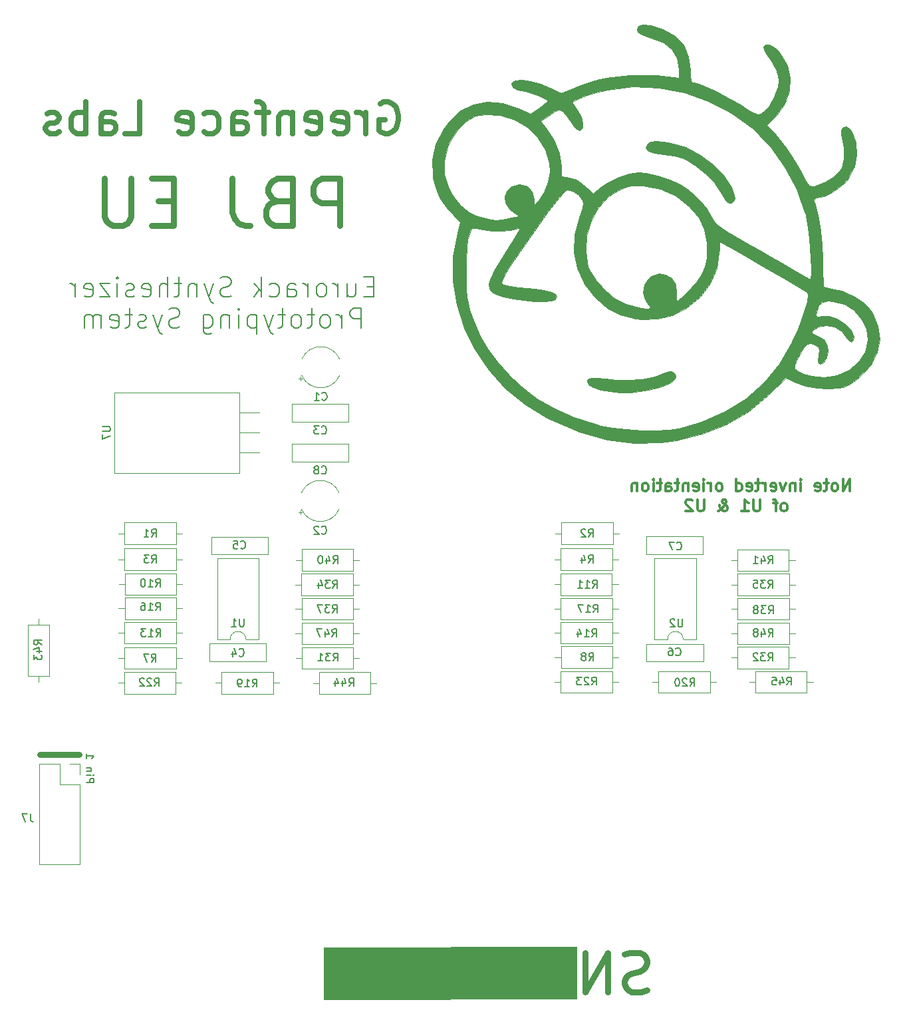
<source format=gbr>
G04 #@! TF.GenerationSoftware,KiCad,Pcbnew,(5.1.10)-1*
G04 #@! TF.CreationDate,2022-01-27T16:48:05-08:00*
G04 #@! TF.ProjectId,PBJ EU,50424a20-4555-42e6-9b69-6361645f7063,4.9*
G04 #@! TF.SameCoordinates,Original*
G04 #@! TF.FileFunction,Legend,Bot*
G04 #@! TF.FilePolarity,Positive*
%FSLAX46Y46*%
G04 Gerber Fmt 4.6, Leading zero omitted, Abs format (unit mm)*
G04 Created by KiCad (PCBNEW (5.1.10)-1) date 2022-01-27 16:48:05*
%MOMM*%
%LPD*%
G01*
G04 APERTURE LIST*
%ADD10C,0.200000*%
%ADD11C,0.800000*%
%ADD12C,0.650000*%
%ADD13C,0.750000*%
%ADD14C,0.100000*%
%ADD15C,0.300000*%
%ADD16C,0.150000*%
%ADD17C,0.120000*%
%ADD18C,0.010000*%
G04 APERTURE END LIST*
D10*
X85562266Y-66629628D02*
X84728933Y-66629628D01*
X84371790Y-67939152D02*
X85562266Y-67939152D01*
X85562266Y-65439152D01*
X84371790Y-65439152D01*
X82228933Y-66272485D02*
X82228933Y-67939152D01*
X83300361Y-66272485D02*
X83300361Y-67582009D01*
X83181314Y-67820104D01*
X82943219Y-67939152D01*
X82586076Y-67939152D01*
X82347980Y-67820104D01*
X82228933Y-67701057D01*
X81038457Y-67939152D02*
X81038457Y-66272485D01*
X81038457Y-66748676D02*
X80919409Y-66510580D01*
X80800361Y-66391533D01*
X80562266Y-66272485D01*
X80324171Y-66272485D01*
X79133695Y-67939152D02*
X79371790Y-67820104D01*
X79490838Y-67701057D01*
X79609885Y-67462961D01*
X79609885Y-66748676D01*
X79490838Y-66510580D01*
X79371790Y-66391533D01*
X79133695Y-66272485D01*
X78776552Y-66272485D01*
X78538457Y-66391533D01*
X78419409Y-66510580D01*
X78300361Y-66748676D01*
X78300361Y-67462961D01*
X78419409Y-67701057D01*
X78538457Y-67820104D01*
X78776552Y-67939152D01*
X79133695Y-67939152D01*
X77228933Y-67939152D02*
X77228933Y-66272485D01*
X77228933Y-66748676D02*
X77109885Y-66510580D01*
X76990838Y-66391533D01*
X76752742Y-66272485D01*
X76514647Y-66272485D01*
X74609885Y-67939152D02*
X74609885Y-66629628D01*
X74728933Y-66391533D01*
X74967028Y-66272485D01*
X75443219Y-66272485D01*
X75681314Y-66391533D01*
X74609885Y-67820104D02*
X74847980Y-67939152D01*
X75443219Y-67939152D01*
X75681314Y-67820104D01*
X75800361Y-67582009D01*
X75800361Y-67343914D01*
X75681314Y-67105819D01*
X75443219Y-66986771D01*
X74847980Y-66986771D01*
X74609885Y-66867723D01*
X72347980Y-67820104D02*
X72586076Y-67939152D01*
X73062266Y-67939152D01*
X73300361Y-67820104D01*
X73419409Y-67701057D01*
X73538457Y-67462961D01*
X73538457Y-66748676D01*
X73419409Y-66510580D01*
X73300361Y-66391533D01*
X73062266Y-66272485D01*
X72586076Y-66272485D01*
X72347980Y-66391533D01*
X71276552Y-67939152D02*
X71276552Y-65439152D01*
X71038457Y-66986771D02*
X70324171Y-67939152D01*
X70324171Y-66272485D02*
X71276552Y-67224866D01*
X67467028Y-67820104D02*
X67109885Y-67939152D01*
X66514647Y-67939152D01*
X66276552Y-67820104D01*
X66157504Y-67701057D01*
X66038457Y-67462961D01*
X66038457Y-67224866D01*
X66157504Y-66986771D01*
X66276552Y-66867723D01*
X66514647Y-66748676D01*
X66990838Y-66629628D01*
X67228933Y-66510580D01*
X67347980Y-66391533D01*
X67467028Y-66153438D01*
X67467028Y-65915342D01*
X67347980Y-65677247D01*
X67228933Y-65558200D01*
X66990838Y-65439152D01*
X66395600Y-65439152D01*
X66038457Y-65558200D01*
X65205123Y-66272485D02*
X64609885Y-67939152D01*
X64014647Y-66272485D02*
X64609885Y-67939152D01*
X64847980Y-68534390D01*
X64967028Y-68653438D01*
X65205123Y-68772485D01*
X63062266Y-66272485D02*
X63062266Y-67939152D01*
X63062266Y-66510580D02*
X62943219Y-66391533D01*
X62705123Y-66272485D01*
X62347980Y-66272485D01*
X62109885Y-66391533D01*
X61990838Y-66629628D01*
X61990838Y-67939152D01*
X61157504Y-66272485D02*
X60205123Y-66272485D01*
X60800361Y-65439152D02*
X60800361Y-67582009D01*
X60681314Y-67820104D01*
X60443219Y-67939152D01*
X60205123Y-67939152D01*
X59371790Y-67939152D02*
X59371790Y-65439152D01*
X58300361Y-67939152D02*
X58300361Y-66629628D01*
X58419409Y-66391533D01*
X58657504Y-66272485D01*
X59014647Y-66272485D01*
X59252742Y-66391533D01*
X59371790Y-66510580D01*
X56157504Y-67820104D02*
X56395600Y-67939152D01*
X56871790Y-67939152D01*
X57109885Y-67820104D01*
X57228933Y-67582009D01*
X57228933Y-66629628D01*
X57109885Y-66391533D01*
X56871790Y-66272485D01*
X56395600Y-66272485D01*
X56157504Y-66391533D01*
X56038457Y-66629628D01*
X56038457Y-66867723D01*
X57228933Y-67105819D01*
X55086076Y-67820104D02*
X54847980Y-67939152D01*
X54371790Y-67939152D01*
X54133695Y-67820104D01*
X54014647Y-67582009D01*
X54014647Y-67462961D01*
X54133695Y-67224866D01*
X54371790Y-67105819D01*
X54728933Y-67105819D01*
X54967028Y-66986771D01*
X55086076Y-66748676D01*
X55086076Y-66629628D01*
X54967028Y-66391533D01*
X54728933Y-66272485D01*
X54371790Y-66272485D01*
X54133695Y-66391533D01*
X52943219Y-67939152D02*
X52943219Y-66272485D01*
X52943219Y-65439152D02*
X53062266Y-65558200D01*
X52943219Y-65677247D01*
X52824171Y-65558200D01*
X52943219Y-65439152D01*
X52943219Y-65677247D01*
X51990838Y-66272485D02*
X50681314Y-66272485D01*
X51990838Y-67939152D01*
X50681314Y-67939152D01*
X48776552Y-67820104D02*
X49014647Y-67939152D01*
X49490838Y-67939152D01*
X49728933Y-67820104D01*
X49847980Y-67582009D01*
X49847980Y-66629628D01*
X49728933Y-66391533D01*
X49490838Y-66272485D01*
X49014647Y-66272485D01*
X48776552Y-66391533D01*
X48657504Y-66629628D01*
X48657504Y-66867723D01*
X49847980Y-67105819D01*
X47586076Y-67939152D02*
X47586076Y-66272485D01*
X47586076Y-66748676D02*
X47467028Y-66510580D01*
X47347980Y-66391533D01*
X47109885Y-66272485D01*
X46871790Y-66272485D01*
X84014647Y-71889152D02*
X84014647Y-69389152D01*
X83062266Y-69389152D01*
X82824171Y-69508200D01*
X82705123Y-69627247D01*
X82586076Y-69865342D01*
X82586076Y-70222485D01*
X82705123Y-70460580D01*
X82824171Y-70579628D01*
X83062266Y-70698676D01*
X84014647Y-70698676D01*
X81514647Y-71889152D02*
X81514647Y-70222485D01*
X81514647Y-70698676D02*
X81395600Y-70460580D01*
X81276552Y-70341533D01*
X81038457Y-70222485D01*
X80800361Y-70222485D01*
X79609885Y-71889152D02*
X79847980Y-71770104D01*
X79967028Y-71651057D01*
X80086076Y-71412961D01*
X80086076Y-70698676D01*
X79967028Y-70460580D01*
X79847980Y-70341533D01*
X79609885Y-70222485D01*
X79252742Y-70222485D01*
X79014647Y-70341533D01*
X78895600Y-70460580D01*
X78776552Y-70698676D01*
X78776552Y-71412961D01*
X78895600Y-71651057D01*
X79014647Y-71770104D01*
X79252742Y-71889152D01*
X79609885Y-71889152D01*
X78062266Y-70222485D02*
X77109885Y-70222485D01*
X77705123Y-69389152D02*
X77705123Y-71532009D01*
X77586076Y-71770104D01*
X77347980Y-71889152D01*
X77109885Y-71889152D01*
X75919409Y-71889152D02*
X76157504Y-71770104D01*
X76276552Y-71651057D01*
X76395600Y-71412961D01*
X76395600Y-70698676D01*
X76276552Y-70460580D01*
X76157504Y-70341533D01*
X75919409Y-70222485D01*
X75562266Y-70222485D01*
X75324171Y-70341533D01*
X75205123Y-70460580D01*
X75086076Y-70698676D01*
X75086076Y-71412961D01*
X75205123Y-71651057D01*
X75324171Y-71770104D01*
X75562266Y-71889152D01*
X75919409Y-71889152D01*
X74371790Y-70222485D02*
X73419409Y-70222485D01*
X74014647Y-69389152D02*
X74014647Y-71532009D01*
X73895600Y-71770104D01*
X73657504Y-71889152D01*
X73419409Y-71889152D01*
X72824171Y-70222485D02*
X72228933Y-71889152D01*
X71633695Y-70222485D02*
X72228933Y-71889152D01*
X72467028Y-72484390D01*
X72586076Y-72603438D01*
X72824171Y-72722485D01*
X70681314Y-70222485D02*
X70681314Y-72722485D01*
X70681314Y-70341533D02*
X70443219Y-70222485D01*
X69967028Y-70222485D01*
X69728933Y-70341533D01*
X69609885Y-70460580D01*
X69490838Y-70698676D01*
X69490838Y-71412961D01*
X69609885Y-71651057D01*
X69728933Y-71770104D01*
X69967028Y-71889152D01*
X70443219Y-71889152D01*
X70681314Y-71770104D01*
X68419409Y-71889152D02*
X68419409Y-70222485D01*
X68419409Y-69389152D02*
X68538457Y-69508200D01*
X68419409Y-69627247D01*
X68300361Y-69508200D01*
X68419409Y-69389152D01*
X68419409Y-69627247D01*
X67228933Y-70222485D02*
X67228933Y-71889152D01*
X67228933Y-70460580D02*
X67109885Y-70341533D01*
X66871790Y-70222485D01*
X66514647Y-70222485D01*
X66276552Y-70341533D01*
X66157504Y-70579628D01*
X66157504Y-71889152D01*
X63895600Y-70222485D02*
X63895600Y-72246295D01*
X64014647Y-72484390D01*
X64133695Y-72603438D01*
X64371790Y-72722485D01*
X64728933Y-72722485D01*
X64967028Y-72603438D01*
X63895600Y-71770104D02*
X64133695Y-71889152D01*
X64609885Y-71889152D01*
X64847980Y-71770104D01*
X64967028Y-71651057D01*
X65086076Y-71412961D01*
X65086076Y-70698676D01*
X64967028Y-70460580D01*
X64847980Y-70341533D01*
X64609885Y-70222485D01*
X64133695Y-70222485D01*
X63895600Y-70341533D01*
X60919409Y-71770104D02*
X60562266Y-71889152D01*
X59967028Y-71889152D01*
X59728933Y-71770104D01*
X59609885Y-71651057D01*
X59490838Y-71412961D01*
X59490838Y-71174866D01*
X59609885Y-70936771D01*
X59728933Y-70817723D01*
X59967028Y-70698676D01*
X60443219Y-70579628D01*
X60681314Y-70460580D01*
X60800361Y-70341533D01*
X60919409Y-70103438D01*
X60919409Y-69865342D01*
X60800361Y-69627247D01*
X60681314Y-69508200D01*
X60443219Y-69389152D01*
X59847980Y-69389152D01*
X59490838Y-69508200D01*
X58657504Y-70222485D02*
X58062266Y-71889152D01*
X57467028Y-70222485D02*
X58062266Y-71889152D01*
X58300361Y-72484390D01*
X58419409Y-72603438D01*
X58657504Y-72722485D01*
X56633695Y-71770104D02*
X56395600Y-71889152D01*
X55919409Y-71889152D01*
X55681314Y-71770104D01*
X55562266Y-71532009D01*
X55562266Y-71412961D01*
X55681314Y-71174866D01*
X55919409Y-71055819D01*
X56276552Y-71055819D01*
X56514647Y-70936771D01*
X56633695Y-70698676D01*
X56633695Y-70579628D01*
X56514647Y-70341533D01*
X56276552Y-70222485D01*
X55919409Y-70222485D01*
X55681314Y-70341533D01*
X54847980Y-70222485D02*
X53895600Y-70222485D01*
X54490838Y-69389152D02*
X54490838Y-71532009D01*
X54371790Y-71770104D01*
X54133695Y-71889152D01*
X53895600Y-71889152D01*
X52109885Y-71770104D02*
X52347980Y-71889152D01*
X52824171Y-71889152D01*
X53062266Y-71770104D01*
X53181314Y-71532009D01*
X53181314Y-70579628D01*
X53062266Y-70341533D01*
X52824171Y-70222485D01*
X52347980Y-70222485D01*
X52109885Y-70341533D01*
X51990838Y-70579628D01*
X51990838Y-70817723D01*
X53181314Y-71055819D01*
X50919409Y-71889152D02*
X50919409Y-70222485D01*
X50919409Y-70460580D02*
X50800361Y-70341533D01*
X50562266Y-70222485D01*
X50205123Y-70222485D01*
X49967028Y-70341533D01*
X49847980Y-70579628D01*
X49847980Y-71889152D01*
X49847980Y-70579628D02*
X49728933Y-70341533D01*
X49490838Y-70222485D01*
X49133695Y-70222485D01*
X48895600Y-70341533D01*
X48776552Y-70579628D01*
X48776552Y-71889152D01*
D11*
X81294000Y-58899085D02*
X81294000Y-52899085D01*
X79008285Y-52899085D01*
X78436857Y-53184800D01*
X78151142Y-53470514D01*
X77865428Y-54041942D01*
X77865428Y-54899085D01*
X78151142Y-55470514D01*
X78436857Y-55756228D01*
X79008285Y-56041942D01*
X81294000Y-56041942D01*
X73294000Y-55756228D02*
X72436857Y-56041942D01*
X72151142Y-56327657D01*
X71865428Y-56899085D01*
X71865428Y-57756228D01*
X72151142Y-58327657D01*
X72436857Y-58613371D01*
X73008285Y-58899085D01*
X75294000Y-58899085D01*
X75294000Y-52899085D01*
X73294000Y-52899085D01*
X72722571Y-53184800D01*
X72436857Y-53470514D01*
X72151142Y-54041942D01*
X72151142Y-54613371D01*
X72436857Y-55184800D01*
X72722571Y-55470514D01*
X73294000Y-55756228D01*
X75294000Y-55756228D01*
X67579714Y-52899085D02*
X67579714Y-57184800D01*
X67865428Y-58041942D01*
X68436857Y-58613371D01*
X69294000Y-58899085D01*
X69865428Y-58899085D01*
X60151142Y-55756228D02*
X58151142Y-55756228D01*
X57294000Y-58899085D02*
X60151142Y-58899085D01*
X60151142Y-52899085D01*
X57294000Y-52899085D01*
X54722571Y-52899085D02*
X54722571Y-57756228D01*
X54436857Y-58327657D01*
X54151142Y-58613371D01*
X53579714Y-58899085D01*
X52436857Y-58899085D01*
X51865428Y-58613371D01*
X51579714Y-58327657D01*
X51294000Y-57756228D01*
X51294000Y-52899085D01*
D12*
X86484476Y-43364400D02*
X86865428Y-43173923D01*
X87436857Y-43173923D01*
X88008285Y-43364400D01*
X88389238Y-43745352D01*
X88579714Y-44126304D01*
X88770190Y-44888209D01*
X88770190Y-45459638D01*
X88579714Y-46221542D01*
X88389238Y-46602495D01*
X88008285Y-46983447D01*
X87436857Y-47173923D01*
X87055904Y-47173923D01*
X86484476Y-46983447D01*
X86294000Y-46792971D01*
X86294000Y-45459638D01*
X87055904Y-45459638D01*
X84579714Y-47173923D02*
X84579714Y-44507257D01*
X84579714Y-45269161D02*
X84389238Y-44888209D01*
X84198761Y-44697733D01*
X83817809Y-44507257D01*
X83436857Y-44507257D01*
X80579714Y-46983447D02*
X80960666Y-47173923D01*
X81722571Y-47173923D01*
X82103523Y-46983447D01*
X82294000Y-46602495D01*
X82294000Y-45078685D01*
X82103523Y-44697733D01*
X81722571Y-44507257D01*
X80960666Y-44507257D01*
X80579714Y-44697733D01*
X80389238Y-45078685D01*
X80389238Y-45459638D01*
X82294000Y-45840590D01*
X77151142Y-46983447D02*
X77532095Y-47173923D01*
X78294000Y-47173923D01*
X78674952Y-46983447D01*
X78865428Y-46602495D01*
X78865428Y-45078685D01*
X78674952Y-44697733D01*
X78294000Y-44507257D01*
X77532095Y-44507257D01*
X77151142Y-44697733D01*
X76960666Y-45078685D01*
X76960666Y-45459638D01*
X78865428Y-45840590D01*
X75246380Y-44507257D02*
X75246380Y-47173923D01*
X75246380Y-44888209D02*
X75055904Y-44697733D01*
X74674952Y-44507257D01*
X74103523Y-44507257D01*
X73722571Y-44697733D01*
X73532095Y-45078685D01*
X73532095Y-47173923D01*
X72198761Y-44507257D02*
X70674952Y-44507257D01*
X71627333Y-47173923D02*
X71627333Y-43745352D01*
X71436857Y-43364400D01*
X71055904Y-43173923D01*
X70674952Y-43173923D01*
X67627333Y-47173923D02*
X67627333Y-45078685D01*
X67817809Y-44697733D01*
X68198761Y-44507257D01*
X68960666Y-44507257D01*
X69341619Y-44697733D01*
X67627333Y-46983447D02*
X68008285Y-47173923D01*
X68960666Y-47173923D01*
X69341619Y-46983447D01*
X69532095Y-46602495D01*
X69532095Y-46221542D01*
X69341619Y-45840590D01*
X68960666Y-45650114D01*
X68008285Y-45650114D01*
X67627333Y-45459638D01*
X64008285Y-46983447D02*
X64389238Y-47173923D01*
X65151142Y-47173923D01*
X65532095Y-46983447D01*
X65722571Y-46792971D01*
X65913047Y-46412019D01*
X65913047Y-45269161D01*
X65722571Y-44888209D01*
X65532095Y-44697733D01*
X65151142Y-44507257D01*
X64389238Y-44507257D01*
X64008285Y-44697733D01*
X60770190Y-46983447D02*
X61151142Y-47173923D01*
X61913047Y-47173923D01*
X62294000Y-46983447D01*
X62484476Y-46602495D01*
X62484476Y-45078685D01*
X62294000Y-44697733D01*
X61913047Y-44507257D01*
X61151142Y-44507257D01*
X60770190Y-44697733D01*
X60579714Y-45078685D01*
X60579714Y-45459638D01*
X62484476Y-45840590D01*
X53913047Y-47173923D02*
X55817809Y-47173923D01*
X55817809Y-43173923D01*
X50865428Y-47173923D02*
X50865428Y-45078685D01*
X51055904Y-44697733D01*
X51436857Y-44507257D01*
X52198761Y-44507257D01*
X52579714Y-44697733D01*
X50865428Y-46983447D02*
X51246380Y-47173923D01*
X52198761Y-47173923D01*
X52579714Y-46983447D01*
X52770190Y-46602495D01*
X52770190Y-46221542D01*
X52579714Y-45840590D01*
X52198761Y-45650114D01*
X51246380Y-45650114D01*
X50865428Y-45459638D01*
X48960666Y-47173923D02*
X48960666Y-43173923D01*
X48960666Y-44697733D02*
X48579714Y-44507257D01*
X47817809Y-44507257D01*
X47436857Y-44697733D01*
X47246380Y-44888209D01*
X47055904Y-45269161D01*
X47055904Y-46412019D01*
X47246380Y-46792971D01*
X47436857Y-46983447D01*
X47817809Y-47173923D01*
X48579714Y-47173923D01*
X48960666Y-46983447D01*
X45532095Y-46983447D02*
X45151142Y-47173923D01*
X44389238Y-47173923D01*
X44008285Y-46983447D01*
X43817809Y-46602495D01*
X43817809Y-46412019D01*
X44008285Y-46031066D01*
X44389238Y-45840590D01*
X44960666Y-45840590D01*
X45341619Y-45650114D01*
X45532095Y-45269161D01*
X45532095Y-45078685D01*
X45341619Y-44697733D01*
X44960666Y-44507257D01*
X44389238Y-44507257D01*
X44008285Y-44697733D01*
D13*
X120379619Y-156151009D02*
X119665333Y-156389104D01*
X118474857Y-156389104D01*
X117998666Y-156151009D01*
X117760571Y-155912914D01*
X117522476Y-155436723D01*
X117522476Y-154960533D01*
X117760571Y-154484342D01*
X117998666Y-154246247D01*
X118474857Y-154008152D01*
X119427238Y-153770057D01*
X119903428Y-153531961D01*
X120141523Y-153293866D01*
X120379619Y-152817676D01*
X120379619Y-152341485D01*
X120141523Y-151865295D01*
X119903428Y-151627200D01*
X119427238Y-151389104D01*
X118236761Y-151389104D01*
X117522476Y-151627200D01*
X115379619Y-156389104D02*
X115379619Y-151389104D01*
X112522476Y-156389104D01*
X112522476Y-151389104D01*
D14*
G36*
X111404400Y-157276800D02*
G01*
X79248000Y-157327600D01*
X79248000Y-150723600D01*
X111404400Y-150672800D01*
X111404400Y-157276800D01*
G37*
X111404400Y-157276800D02*
X79248000Y-157327600D01*
X79248000Y-150723600D01*
X111404400Y-150672800D01*
X111404400Y-157276800D01*
D15*
X146203771Y-92672371D02*
X146203771Y-91172371D01*
X145346628Y-92672371D01*
X145346628Y-91172371D01*
X144418057Y-92672371D02*
X144560914Y-92600942D01*
X144632342Y-92529514D01*
X144703771Y-92386657D01*
X144703771Y-91958085D01*
X144632342Y-91815228D01*
X144560914Y-91743800D01*
X144418057Y-91672371D01*
X144203771Y-91672371D01*
X144060914Y-91743800D01*
X143989485Y-91815228D01*
X143918057Y-91958085D01*
X143918057Y-92386657D01*
X143989485Y-92529514D01*
X144060914Y-92600942D01*
X144203771Y-92672371D01*
X144418057Y-92672371D01*
X143489485Y-91672371D02*
X142918057Y-91672371D01*
X143275200Y-91172371D02*
X143275200Y-92458085D01*
X143203771Y-92600942D01*
X143060914Y-92672371D01*
X142918057Y-92672371D01*
X141846628Y-92600942D02*
X141989485Y-92672371D01*
X142275200Y-92672371D01*
X142418057Y-92600942D01*
X142489485Y-92458085D01*
X142489485Y-91886657D01*
X142418057Y-91743800D01*
X142275200Y-91672371D01*
X141989485Y-91672371D01*
X141846628Y-91743800D01*
X141775200Y-91886657D01*
X141775200Y-92029514D01*
X142489485Y-92172371D01*
X139989485Y-92672371D02*
X139989485Y-91672371D01*
X139989485Y-91172371D02*
X140060914Y-91243800D01*
X139989485Y-91315228D01*
X139918057Y-91243800D01*
X139989485Y-91172371D01*
X139989485Y-91315228D01*
X139275200Y-91672371D02*
X139275200Y-92672371D01*
X139275200Y-91815228D02*
X139203771Y-91743800D01*
X139060914Y-91672371D01*
X138846628Y-91672371D01*
X138703771Y-91743800D01*
X138632342Y-91886657D01*
X138632342Y-92672371D01*
X138060914Y-91672371D02*
X137703771Y-92672371D01*
X137346628Y-91672371D01*
X136203771Y-92600942D02*
X136346628Y-92672371D01*
X136632342Y-92672371D01*
X136775200Y-92600942D01*
X136846628Y-92458085D01*
X136846628Y-91886657D01*
X136775200Y-91743800D01*
X136632342Y-91672371D01*
X136346628Y-91672371D01*
X136203771Y-91743800D01*
X136132342Y-91886657D01*
X136132342Y-92029514D01*
X136846628Y-92172371D01*
X135489485Y-92672371D02*
X135489485Y-91672371D01*
X135489485Y-91958085D02*
X135418057Y-91815228D01*
X135346628Y-91743800D01*
X135203771Y-91672371D01*
X135060914Y-91672371D01*
X134775200Y-91672371D02*
X134203771Y-91672371D01*
X134560914Y-91172371D02*
X134560914Y-92458085D01*
X134489485Y-92600942D01*
X134346628Y-92672371D01*
X134203771Y-92672371D01*
X133132342Y-92600942D02*
X133275200Y-92672371D01*
X133560914Y-92672371D01*
X133703771Y-92600942D01*
X133775200Y-92458085D01*
X133775200Y-91886657D01*
X133703771Y-91743800D01*
X133560914Y-91672371D01*
X133275200Y-91672371D01*
X133132342Y-91743800D01*
X133060914Y-91886657D01*
X133060914Y-92029514D01*
X133775200Y-92172371D01*
X131775200Y-92672371D02*
X131775200Y-91172371D01*
X131775200Y-92600942D02*
X131918057Y-92672371D01*
X132203771Y-92672371D01*
X132346628Y-92600942D01*
X132418057Y-92529514D01*
X132489485Y-92386657D01*
X132489485Y-91958085D01*
X132418057Y-91815228D01*
X132346628Y-91743800D01*
X132203771Y-91672371D01*
X131918057Y-91672371D01*
X131775200Y-91743800D01*
X129703771Y-92672371D02*
X129846628Y-92600942D01*
X129918057Y-92529514D01*
X129989485Y-92386657D01*
X129989485Y-91958085D01*
X129918057Y-91815228D01*
X129846628Y-91743800D01*
X129703771Y-91672371D01*
X129489485Y-91672371D01*
X129346628Y-91743800D01*
X129275200Y-91815228D01*
X129203771Y-91958085D01*
X129203771Y-92386657D01*
X129275200Y-92529514D01*
X129346628Y-92600942D01*
X129489485Y-92672371D01*
X129703771Y-92672371D01*
X128560914Y-92672371D02*
X128560914Y-91672371D01*
X128560914Y-91958085D02*
X128489485Y-91815228D01*
X128418057Y-91743800D01*
X128275200Y-91672371D01*
X128132342Y-91672371D01*
X127632342Y-92672371D02*
X127632342Y-91672371D01*
X127632342Y-91172371D02*
X127703771Y-91243800D01*
X127632342Y-91315228D01*
X127560914Y-91243800D01*
X127632342Y-91172371D01*
X127632342Y-91315228D01*
X126346628Y-92600942D02*
X126489485Y-92672371D01*
X126775200Y-92672371D01*
X126918057Y-92600942D01*
X126989485Y-92458085D01*
X126989485Y-91886657D01*
X126918057Y-91743800D01*
X126775200Y-91672371D01*
X126489485Y-91672371D01*
X126346628Y-91743800D01*
X126275200Y-91886657D01*
X126275200Y-92029514D01*
X126989485Y-92172371D01*
X125632342Y-91672371D02*
X125632342Y-92672371D01*
X125632342Y-91815228D02*
X125560914Y-91743800D01*
X125418057Y-91672371D01*
X125203771Y-91672371D01*
X125060914Y-91743800D01*
X124989485Y-91886657D01*
X124989485Y-92672371D01*
X124489485Y-91672371D02*
X123918057Y-91672371D01*
X124275200Y-91172371D02*
X124275200Y-92458085D01*
X124203771Y-92600942D01*
X124060914Y-92672371D01*
X123918057Y-92672371D01*
X122775200Y-92672371D02*
X122775200Y-91886657D01*
X122846628Y-91743800D01*
X122989485Y-91672371D01*
X123275200Y-91672371D01*
X123418057Y-91743800D01*
X122775200Y-92600942D02*
X122918057Y-92672371D01*
X123275200Y-92672371D01*
X123418057Y-92600942D01*
X123489485Y-92458085D01*
X123489485Y-92315228D01*
X123418057Y-92172371D01*
X123275200Y-92100942D01*
X122918057Y-92100942D01*
X122775200Y-92029514D01*
X122275200Y-91672371D02*
X121703771Y-91672371D01*
X122060914Y-91172371D02*
X122060914Y-92458085D01*
X121989485Y-92600942D01*
X121846628Y-92672371D01*
X121703771Y-92672371D01*
X121203771Y-92672371D02*
X121203771Y-91672371D01*
X121203771Y-91172371D02*
X121275200Y-91243800D01*
X121203771Y-91315228D01*
X121132342Y-91243800D01*
X121203771Y-91172371D01*
X121203771Y-91315228D01*
X120275200Y-92672371D02*
X120418057Y-92600942D01*
X120489485Y-92529514D01*
X120560914Y-92386657D01*
X120560914Y-91958085D01*
X120489485Y-91815228D01*
X120418057Y-91743800D01*
X120275200Y-91672371D01*
X120060914Y-91672371D01*
X119918057Y-91743800D01*
X119846628Y-91815228D01*
X119775200Y-91958085D01*
X119775200Y-92386657D01*
X119846628Y-92529514D01*
X119918057Y-92600942D01*
X120060914Y-92672371D01*
X120275200Y-92672371D01*
X119132342Y-91672371D02*
X119132342Y-92672371D01*
X119132342Y-91815228D02*
X119060914Y-91743800D01*
X118918057Y-91672371D01*
X118703771Y-91672371D01*
X118560914Y-91743800D01*
X118489485Y-91886657D01*
X118489485Y-92672371D01*
X137953771Y-95222371D02*
X138096628Y-95150942D01*
X138168057Y-95079514D01*
X138239485Y-94936657D01*
X138239485Y-94508085D01*
X138168057Y-94365228D01*
X138096628Y-94293800D01*
X137953771Y-94222371D01*
X137739485Y-94222371D01*
X137596628Y-94293800D01*
X137525200Y-94365228D01*
X137453771Y-94508085D01*
X137453771Y-94936657D01*
X137525200Y-95079514D01*
X137596628Y-95150942D01*
X137739485Y-95222371D01*
X137953771Y-95222371D01*
X137025200Y-94222371D02*
X136453771Y-94222371D01*
X136810914Y-95222371D02*
X136810914Y-93936657D01*
X136739485Y-93793800D01*
X136596628Y-93722371D01*
X136453771Y-93722371D01*
X134810914Y-93722371D02*
X134810914Y-94936657D01*
X134739485Y-95079514D01*
X134668057Y-95150942D01*
X134525200Y-95222371D01*
X134239485Y-95222371D01*
X134096628Y-95150942D01*
X134025200Y-95079514D01*
X133953771Y-94936657D01*
X133953771Y-93722371D01*
X132453771Y-95222371D02*
X133310914Y-95222371D01*
X132882342Y-95222371D02*
X132882342Y-93722371D01*
X133025200Y-93936657D01*
X133168057Y-94079514D01*
X133310914Y-94150942D01*
X129453771Y-95222371D02*
X129525200Y-95222371D01*
X129668057Y-95150942D01*
X129882342Y-94936657D01*
X130239485Y-94508085D01*
X130382342Y-94293800D01*
X130453771Y-94079514D01*
X130453771Y-93936657D01*
X130382342Y-93793800D01*
X130239485Y-93722371D01*
X130168057Y-93722371D01*
X130025200Y-93793800D01*
X129953771Y-93936657D01*
X129953771Y-94008085D01*
X130025200Y-94150942D01*
X130096628Y-94222371D01*
X130525200Y-94508085D01*
X130596628Y-94579514D01*
X130668057Y-94722371D01*
X130668057Y-94936657D01*
X130596628Y-95079514D01*
X130525200Y-95150942D01*
X130382342Y-95222371D01*
X130168057Y-95222371D01*
X130025200Y-95150942D01*
X129953771Y-95079514D01*
X129739485Y-94793800D01*
X129668057Y-94579514D01*
X129668057Y-94436657D01*
X127668057Y-93722371D02*
X127668057Y-94936657D01*
X127596628Y-95079514D01*
X127525200Y-95150942D01*
X127382342Y-95222371D01*
X127096628Y-95222371D01*
X126953771Y-95150942D01*
X126882342Y-95079514D01*
X126810914Y-94936657D01*
X126810914Y-93722371D01*
X126168057Y-93865228D02*
X126096628Y-93793800D01*
X125953771Y-93722371D01*
X125596628Y-93722371D01*
X125453771Y-93793800D01*
X125382342Y-93865228D01*
X125310914Y-94008085D01*
X125310914Y-94150942D01*
X125382342Y-94365228D01*
X126239485Y-95222371D01*
X125310914Y-95222371D01*
D13*
X43070000Y-126210000D02*
X48070000Y-126210000D01*
D16*
X48987619Y-129779523D02*
X49987619Y-129779523D01*
X49987619Y-129398571D01*
X49940000Y-129303333D01*
X49892380Y-129255714D01*
X49797142Y-129208095D01*
X49654285Y-129208095D01*
X49559047Y-129255714D01*
X49511428Y-129303333D01*
X49463809Y-129398571D01*
X49463809Y-129779523D01*
X48987619Y-128779523D02*
X49654285Y-128779523D01*
X49987619Y-128779523D02*
X49940000Y-128827142D01*
X49892380Y-128779523D01*
X49940000Y-128731904D01*
X49987619Y-128779523D01*
X49892380Y-128779523D01*
X49654285Y-128303333D02*
X48987619Y-128303333D01*
X49559047Y-128303333D02*
X49606666Y-128255714D01*
X49654285Y-128160476D01*
X49654285Y-128017619D01*
X49606666Y-127922380D01*
X49511428Y-127874761D01*
X48987619Y-127874761D01*
X48987619Y-126112857D02*
X48987619Y-126684285D01*
X48987619Y-126398571D02*
X49987619Y-126398571D01*
X49844761Y-126493809D01*
X49749523Y-126589047D01*
X49701904Y-126684285D01*
D17*
X75670000Y-113930000D02*
X76440000Y-113930000D01*
X83750000Y-113930000D02*
X82980000Y-113930000D01*
X76440000Y-112560000D02*
X82980000Y-112560000D01*
X76440000Y-115300000D02*
X76440000Y-112560000D01*
X82980000Y-115300000D02*
X76440000Y-115300000D01*
X82980000Y-112560000D02*
X82980000Y-115300000D01*
X83730000Y-107670000D02*
X82960000Y-107670000D01*
X75650000Y-107670000D02*
X76420000Y-107670000D01*
X82960000Y-109040000D02*
X76420000Y-109040000D01*
X82960000Y-106300000D02*
X82960000Y-109040000D01*
X76420000Y-106300000D02*
X82960000Y-106300000D01*
X76420000Y-109040000D02*
X76420000Y-106300000D01*
X139250000Y-107660000D02*
X138480000Y-107660000D01*
X131170000Y-107660000D02*
X131940000Y-107660000D01*
X138480000Y-109030000D02*
X131940000Y-109030000D01*
X138480000Y-106290000D02*
X138480000Y-109030000D01*
X131940000Y-106290000D02*
X138480000Y-106290000D01*
X131940000Y-109030000D02*
X131940000Y-106290000D01*
X42920000Y-108880000D02*
X42920000Y-109650000D01*
X42920000Y-116960000D02*
X42920000Y-116190000D01*
X44290000Y-109650000D02*
X44290000Y-116190000D01*
X41550000Y-109650000D02*
X44290000Y-109650000D01*
X41550000Y-116190000D02*
X41550000Y-109650000D01*
X44290000Y-116190000D02*
X41550000Y-116190000D01*
X131160000Y-113870000D02*
X131930000Y-113870000D01*
X139240000Y-113870000D02*
X138470000Y-113870000D01*
X131930000Y-112500000D02*
X138470000Y-112500000D01*
X131930000Y-115240000D02*
X131930000Y-112500000D01*
X138470000Y-115240000D02*
X131930000Y-115240000D01*
X138470000Y-112500000D02*
X138470000Y-115240000D01*
X116730000Y-116940000D02*
X115960000Y-116940000D01*
X108650000Y-116940000D02*
X109420000Y-116940000D01*
X115960000Y-118310000D02*
X109420000Y-118310000D01*
X115960000Y-115570000D02*
X115960000Y-118310000D01*
X109420000Y-115570000D02*
X115960000Y-115570000D01*
X109420000Y-118310000D02*
X109420000Y-115570000D01*
X65480000Y-117080000D02*
X66250000Y-117080000D01*
X73560000Y-117080000D02*
X72790000Y-117080000D01*
X66250000Y-115710000D02*
X72790000Y-115710000D01*
X66250000Y-118450000D02*
X66250000Y-115710000D01*
X72790000Y-118450000D02*
X66250000Y-118450000D01*
X72790000Y-115710000D02*
X72790000Y-118450000D01*
X61160000Y-117080000D02*
X60390000Y-117080000D01*
X53080000Y-117080000D02*
X53850000Y-117080000D01*
X60390000Y-118450000D02*
X53850000Y-118450000D01*
X60390000Y-115710000D02*
X60390000Y-118450000D01*
X53850000Y-115710000D02*
X60390000Y-115710000D01*
X53850000Y-118450000D02*
X53850000Y-115710000D01*
X121100000Y-116940000D02*
X121870000Y-116940000D01*
X129180000Y-116940000D02*
X128410000Y-116940000D01*
X121870000Y-115570000D02*
X128410000Y-115570000D01*
X121870000Y-118310000D02*
X121870000Y-115570000D01*
X128410000Y-118310000D02*
X121870000Y-118310000D01*
X128410000Y-115570000D02*
X128410000Y-118310000D01*
X116750000Y-113800000D02*
X115980000Y-113800000D01*
X108670000Y-113800000D02*
X109440000Y-113800000D01*
X115980000Y-115170000D02*
X109440000Y-115170000D01*
X115980000Y-112430000D02*
X115980000Y-115170000D01*
X109440000Y-112430000D02*
X115980000Y-112430000D01*
X109440000Y-115170000D02*
X109440000Y-112430000D01*
X61200000Y-113890000D02*
X60430000Y-113890000D01*
X53120000Y-113890000D02*
X53890000Y-113890000D01*
X60430000Y-115260000D02*
X53890000Y-115260000D01*
X60430000Y-112520000D02*
X60430000Y-115260000D01*
X53890000Y-112520000D02*
X60430000Y-112520000D01*
X53890000Y-115260000D02*
X53890000Y-112520000D01*
X61220000Y-104500000D02*
X60450000Y-104500000D01*
X53140000Y-104500000D02*
X53910000Y-104500000D01*
X60450000Y-105870000D02*
X53910000Y-105870000D01*
X60450000Y-103130000D02*
X60450000Y-105870000D01*
X53910000Y-103130000D02*
X60450000Y-103130000D01*
X53910000Y-105870000D02*
X53910000Y-103130000D01*
X53120000Y-110710000D02*
X53890000Y-110710000D01*
X61200000Y-110710000D02*
X60430000Y-110710000D01*
X53890000Y-109340000D02*
X60430000Y-109340000D01*
X53890000Y-112080000D02*
X53890000Y-109340000D01*
X60430000Y-112080000D02*
X53890000Y-112080000D01*
X60430000Y-109340000D02*
X60430000Y-112080000D01*
X53130000Y-107600000D02*
X53900000Y-107600000D01*
X61210000Y-107600000D02*
X60440000Y-107600000D01*
X53900000Y-106230000D02*
X60440000Y-106230000D01*
X53900000Y-108970000D02*
X53900000Y-106230000D01*
X60440000Y-108970000D02*
X53900000Y-108970000D01*
X60440000Y-106230000D02*
X60440000Y-108970000D01*
X108660000Y-110720000D02*
X109430000Y-110720000D01*
X116740000Y-110720000D02*
X115970000Y-110720000D01*
X109430000Y-109350000D02*
X115970000Y-109350000D01*
X109430000Y-112090000D02*
X109430000Y-109350000D01*
X115970000Y-112090000D02*
X109430000Y-112090000D01*
X115970000Y-109350000D02*
X115970000Y-112090000D01*
X76297625Y-78636200D02*
X76297625Y-78136200D01*
X76047625Y-78386200D02*
X76547625Y-78386200D01*
X81248397Y-75851200D02*
G75*
G03*
X76456403Y-75851200I-2395997J-1060000D01*
G01*
X81248397Y-77971200D02*
G75*
G02*
X76456403Y-77971200I-2395997J1060000D01*
G01*
X64930000Y-98480000D02*
X64930000Y-100720000D01*
X72170000Y-98480000D02*
X72170000Y-100720000D01*
X72170000Y-100720000D02*
X64930000Y-100720000D01*
X72170000Y-98480000D02*
X64930000Y-98480000D01*
X120280000Y-98430000D02*
X120280000Y-100670000D01*
X127520000Y-98430000D02*
X127520000Y-100670000D01*
X127520000Y-100670000D02*
X120280000Y-100670000D01*
X127520000Y-98430000D02*
X120280000Y-98430000D01*
X120330000Y-112130000D02*
X120330000Y-114370000D01*
X127570000Y-112130000D02*
X127570000Y-114370000D01*
X127570000Y-114370000D02*
X120330000Y-114370000D01*
X127570000Y-112130000D02*
X120330000Y-112130000D01*
X64680000Y-112080000D02*
X64680000Y-114320000D01*
X71920000Y-112080000D02*
X71920000Y-114320000D01*
X71920000Y-114320000D02*
X64680000Y-114320000D01*
X71920000Y-112080000D02*
X64680000Y-112080000D01*
X139250000Y-110770000D02*
X138480000Y-110770000D01*
X131170000Y-110770000D02*
X131940000Y-110770000D01*
X138480000Y-112140000D02*
X131940000Y-112140000D01*
X138480000Y-109400000D02*
X138480000Y-112140000D01*
X131940000Y-109400000D02*
X138480000Y-109400000D01*
X131940000Y-112140000D02*
X131940000Y-109400000D01*
X70970000Y-111530000D02*
X69320000Y-111530000D01*
X70970000Y-101250000D02*
X70970000Y-111530000D01*
X65670000Y-101250000D02*
X70970000Y-101250000D01*
X65670000Y-111530000D02*
X65670000Y-101250000D01*
X67320000Y-111530000D02*
X65670000Y-111530000D01*
X69320000Y-111530000D02*
G75*
G03*
X67320000Y-111530000I-1000000J0D01*
G01*
X141530000Y-116940000D02*
X140760000Y-116940000D01*
X133450000Y-116940000D02*
X134220000Y-116940000D01*
X140760000Y-118310000D02*
X134220000Y-118310000D01*
X140760000Y-115570000D02*
X140760000Y-118310000D01*
X134220000Y-115570000D02*
X140760000Y-115570000D01*
X134220000Y-118310000D02*
X134220000Y-115570000D01*
X85940000Y-117090000D02*
X85170000Y-117090000D01*
X77860000Y-117090000D02*
X78630000Y-117090000D01*
X85170000Y-118460000D02*
X78630000Y-118460000D01*
X85170000Y-115720000D02*
X85170000Y-118460000D01*
X78630000Y-115720000D02*
X85170000Y-115720000D01*
X78630000Y-118460000D02*
X78630000Y-115720000D01*
X83730000Y-110800000D02*
X82960000Y-110800000D01*
X75650000Y-110800000D02*
X76420000Y-110800000D01*
X82960000Y-112170000D02*
X76420000Y-112170000D01*
X82960000Y-109430000D02*
X82960000Y-112170000D01*
X76420000Y-109430000D02*
X82960000Y-109430000D01*
X76420000Y-112170000D02*
X76420000Y-109430000D01*
X76246825Y-95654200D02*
X76246825Y-95154200D01*
X75996825Y-95404200D02*
X76496825Y-95404200D01*
X81197597Y-92869200D02*
G75*
G03*
X76405603Y-92869200I-2395997J-1060000D01*
G01*
X81197597Y-94989200D02*
G75*
G02*
X76405603Y-94989200I-2395997J1060000D01*
G01*
X123020000Y-111530000D02*
X121370000Y-111530000D01*
X121370000Y-111530000D02*
X121370000Y-101250000D01*
X121370000Y-101250000D02*
X126670000Y-101250000D01*
X126670000Y-101250000D02*
X126670000Y-111530000D01*
X126670000Y-111530000D02*
X125020000Y-111530000D01*
X125020000Y-111530000D02*
G75*
G03*
X123020000Y-111530000I-1000000J0D01*
G01*
X48210000Y-140200000D02*
X43010000Y-140200000D01*
X48210000Y-129980000D02*
X48210000Y-140200000D01*
X43010000Y-127380000D02*
X43010000Y-140200000D01*
X48210000Y-129980000D02*
X45610000Y-129980000D01*
X45610000Y-129980000D02*
X45610000Y-127380000D01*
X45610000Y-127380000D02*
X43010000Y-127380000D01*
X48210000Y-128710000D02*
X48210000Y-127380000D01*
X48210000Y-127380000D02*
X46880000Y-127380000D01*
X116720000Y-104550000D02*
X115950000Y-104550000D01*
X108640000Y-104550000D02*
X109410000Y-104550000D01*
X115950000Y-105920000D02*
X109410000Y-105920000D01*
X115950000Y-103180000D02*
X115950000Y-105920000D01*
X109410000Y-103180000D02*
X115950000Y-103180000D01*
X109410000Y-105920000D02*
X109410000Y-103180000D01*
X108650000Y-107650000D02*
X109420000Y-107650000D01*
X116730000Y-107650000D02*
X115960000Y-107650000D01*
X109420000Y-106280000D02*
X115960000Y-106280000D01*
X109420000Y-109020000D02*
X109420000Y-106280000D01*
X115960000Y-109020000D02*
X109420000Y-109020000D01*
X115960000Y-106280000D02*
X115960000Y-109020000D01*
X82950000Y-103200000D02*
X82950000Y-105940000D01*
X82950000Y-105940000D02*
X76410000Y-105940000D01*
X76410000Y-105940000D02*
X76410000Y-103200000D01*
X76410000Y-103200000D02*
X82950000Y-103200000D01*
X83720000Y-104570000D02*
X82950000Y-104570000D01*
X75640000Y-104570000D02*
X76410000Y-104570000D01*
X138480000Y-103200000D02*
X138480000Y-105940000D01*
X138480000Y-105940000D02*
X131940000Y-105940000D01*
X131940000Y-105940000D02*
X131940000Y-103200000D01*
X131940000Y-103200000D02*
X138480000Y-103200000D01*
X139250000Y-104570000D02*
X138480000Y-104570000D01*
X131170000Y-104570000D02*
X131940000Y-104570000D01*
X83760000Y-101430000D02*
X82990000Y-101430000D01*
X75680000Y-101430000D02*
X76450000Y-101430000D01*
X82990000Y-102800000D02*
X76450000Y-102800000D01*
X82990000Y-100060000D02*
X82990000Y-102800000D01*
X76450000Y-100060000D02*
X82990000Y-100060000D01*
X76450000Y-102800000D02*
X76450000Y-100060000D01*
X131930000Y-102840000D02*
X131930000Y-100100000D01*
X131930000Y-100100000D02*
X138470000Y-100100000D01*
X138470000Y-100100000D02*
X138470000Y-102840000D01*
X138470000Y-102840000D02*
X131930000Y-102840000D01*
X131160000Y-101470000D02*
X131930000Y-101470000D01*
X139240000Y-101470000D02*
X138470000Y-101470000D01*
X53110000Y-98044000D02*
X53880000Y-98044000D01*
X61190000Y-98044000D02*
X60420000Y-98044000D01*
X53880000Y-96674000D02*
X60420000Y-96674000D01*
X53880000Y-99414000D02*
X53880000Y-96674000D01*
X60420000Y-99414000D02*
X53880000Y-99414000D01*
X60420000Y-96674000D02*
X60420000Y-99414000D01*
X108736000Y-98044000D02*
X109506000Y-98044000D01*
X116816000Y-98044000D02*
X116046000Y-98044000D01*
X109506000Y-96674000D02*
X116046000Y-96674000D01*
X109506000Y-99414000D02*
X109506000Y-96674000D01*
X116046000Y-99414000D02*
X109506000Y-99414000D01*
X116046000Y-96674000D02*
X116046000Y-99414000D01*
X60420000Y-99976000D02*
X60420000Y-102716000D01*
X60420000Y-102716000D02*
X53880000Y-102716000D01*
X53880000Y-102716000D02*
X53880000Y-99976000D01*
X53880000Y-99976000D02*
X60420000Y-99976000D01*
X61190000Y-101346000D02*
X60420000Y-101346000D01*
X53110000Y-101346000D02*
X53880000Y-101346000D01*
X115960000Y-99976000D02*
X115960000Y-102716000D01*
X115960000Y-102716000D02*
X109420000Y-102716000D01*
X109420000Y-102716000D02*
X109420000Y-99976000D01*
X109420000Y-99976000D02*
X115960000Y-99976000D01*
X116730000Y-101346000D02*
X115960000Y-101346000D01*
X108650000Y-101346000D02*
X109420000Y-101346000D01*
D18*
G36*
X120908659Y-48218434D02*
G01*
X120543443Y-48419561D01*
X120470564Y-48498186D01*
X120256846Y-48999984D01*
X120552404Y-49382610D01*
X121362065Y-49649109D01*
X122519339Y-49791119D01*
X123883958Y-49985085D01*
X125076839Y-50329705D01*
X125428668Y-50486078D01*
X126596466Y-51235321D01*
X127812557Y-52265411D01*
X128913935Y-53418633D01*
X129737594Y-54537268D01*
X129881961Y-54794874D01*
X130381022Y-55649445D01*
X130782062Y-56035160D01*
X131149881Y-55992509D01*
X131407130Y-55747907D01*
X131574874Y-55420077D01*
X131531845Y-54974872D01*
X131253808Y-54261615D01*
X131121950Y-53974983D01*
X130162465Y-52475987D01*
X128793070Y-51079435D01*
X127138259Y-49868916D01*
X125322527Y-48928022D01*
X123470368Y-48340346D01*
X122522922Y-48201182D01*
X121522154Y-48152345D01*
X120908659Y-48218434D01*
G37*
X120908659Y-48218434D02*
X120543443Y-48419561D01*
X120470564Y-48498186D01*
X120256846Y-48999984D01*
X120552404Y-49382610D01*
X121362065Y-49649109D01*
X122519339Y-49791119D01*
X123883958Y-49985085D01*
X125076839Y-50329705D01*
X125428668Y-50486078D01*
X126596466Y-51235321D01*
X127812557Y-52265411D01*
X128913935Y-53418633D01*
X129737594Y-54537268D01*
X129881961Y-54794874D01*
X130381022Y-55649445D01*
X130782062Y-56035160D01*
X131149881Y-55992509D01*
X131407130Y-55747907D01*
X131574874Y-55420077D01*
X131531845Y-54974872D01*
X131253808Y-54261615D01*
X131121950Y-53974983D01*
X130162465Y-52475987D01*
X128793070Y-51079435D01*
X127138259Y-49868916D01*
X125322527Y-48928022D01*
X123470368Y-48340346D01*
X122522922Y-48201182D01*
X121522154Y-48152345D01*
X120908659Y-48218434D01*
G36*
X122693963Y-77615857D02*
G01*
X121379882Y-78102068D01*
X119728111Y-78420731D01*
X117916400Y-78546645D01*
X116499006Y-78494165D01*
X115042561Y-78366156D01*
X114033366Y-78290180D01*
X113386078Y-78270482D01*
X113015349Y-78311305D01*
X112835833Y-78416890D01*
X112762186Y-78591482D01*
X112743395Y-78680877D01*
X112909412Y-79093681D01*
X113511270Y-79465398D01*
X114450409Y-79773875D01*
X115628269Y-79996955D01*
X116946289Y-80112484D01*
X118305910Y-80098306D01*
X118839916Y-80051289D01*
X120586275Y-79788145D01*
X122041214Y-79437042D01*
X123109444Y-79023985D01*
X123496971Y-78780330D01*
X123957841Y-78354644D01*
X124031734Y-78030977D01*
X123846432Y-77708632D01*
X123548156Y-77390035D01*
X123208660Y-77380108D01*
X122693963Y-77615857D01*
G37*
X122693963Y-77615857D02*
X121379882Y-78102068D01*
X119728111Y-78420731D01*
X117916400Y-78546645D01*
X116499006Y-78494165D01*
X115042561Y-78366156D01*
X114033366Y-78290180D01*
X113386078Y-78270482D01*
X113015349Y-78311305D01*
X112835833Y-78416890D01*
X112762186Y-78591482D01*
X112743395Y-78680877D01*
X112909412Y-79093681D01*
X113511270Y-79465398D01*
X114450409Y-79773875D01*
X115628269Y-79996955D01*
X116946289Y-80112484D01*
X118305910Y-80098306D01*
X118839916Y-80051289D01*
X120586275Y-79788145D01*
X122041214Y-79437042D01*
X123109444Y-79023985D01*
X123496971Y-78780330D01*
X123957841Y-78354644D01*
X124031734Y-78030977D01*
X123846432Y-77708632D01*
X123548156Y-77390035D01*
X123208660Y-77380108D01*
X122693963Y-77615857D01*
G36*
X119305889Y-33461095D02*
G01*
X119107852Y-33924882D01*
X119107285Y-33961026D01*
X119251549Y-34274483D01*
X119739336Y-34574820D01*
X120653136Y-34908892D01*
X120923765Y-34992854D01*
X122477752Y-35628308D01*
X123558794Y-36468861D01*
X124203843Y-37558530D01*
X124449851Y-38941331D01*
X124454653Y-39198761D01*
X124454653Y-40126354D01*
X123050969Y-39916619D01*
X121685373Y-39785213D01*
X120052960Y-39738605D01*
X118320899Y-39770858D01*
X116656358Y-39876035D01*
X115226505Y-40048198D01*
X114384342Y-40224425D01*
X113242809Y-40580112D01*
X111958634Y-41034387D01*
X111164471Y-41344753D01*
X109504814Y-42029996D01*
X108068981Y-41327508D01*
X106818249Y-40812949D01*
X105579695Y-40471339D01*
X104485025Y-40325504D01*
X103665940Y-40398267D01*
X103406600Y-40519531D01*
X103103765Y-40850159D01*
X103257387Y-41218937D01*
X103308536Y-41282162D01*
X103850382Y-41627942D01*
X104291045Y-41712147D01*
X104865840Y-41795332D01*
X105636186Y-42007900D01*
X106455519Y-42294370D01*
X107177277Y-42599264D01*
X107654897Y-42867101D01*
X107759009Y-43024910D01*
X107480021Y-43287088D01*
X106917242Y-43718554D01*
X106597128Y-43945860D01*
X105560396Y-44664316D01*
X104029747Y-43963562D01*
X102004084Y-43278302D01*
X100078516Y-43107421D01*
X98285214Y-43442120D01*
X96656352Y-44273601D01*
X95224103Y-45593063D01*
X94502171Y-46569178D01*
X93511849Y-48528697D01*
X93049950Y-50521077D01*
X93119409Y-52532469D01*
X93175414Y-52832907D01*
X93534517Y-54240324D01*
X94017736Y-55353209D01*
X94741308Y-56394534D01*
X95451062Y-57198144D01*
X96602899Y-58429551D01*
X96237982Y-59836341D01*
X95712119Y-62891823D01*
X95694089Y-65951152D01*
X96159553Y-68965856D01*
X97084173Y-71887464D01*
X98443609Y-74667504D01*
X100213523Y-77257506D01*
X102369576Y-79608997D01*
X104887430Y-81673506D01*
X107742746Y-83402562D01*
X108181047Y-83621438D01*
X111775766Y-85126672D01*
X115298818Y-86106394D01*
X118764259Y-86562911D01*
X122186146Y-86498530D01*
X124095959Y-86234479D01*
X127447136Y-85409616D01*
X130472972Y-84193107D01*
X133250780Y-82545180D01*
X135857875Y-80426059D01*
X136408477Y-79900248D01*
X138068616Y-78272472D01*
X139349529Y-78892272D01*
X140542765Y-79304804D01*
X141991455Y-79566620D01*
X143485718Y-79659202D01*
X144815670Y-79564036D01*
X145398231Y-79425894D01*
X146120393Y-79074019D01*
X146991756Y-78493970D01*
X147570663Y-78028393D01*
X148898122Y-76569559D01*
X149716518Y-74998910D01*
X150020003Y-73352806D01*
X150018952Y-73344648D01*
X148495691Y-73344648D01*
X148224098Y-74753569D01*
X148148640Y-74941261D01*
X147304419Y-76270508D01*
X146103304Y-77277084D01*
X144638219Y-77927462D01*
X143002090Y-78188116D01*
X141287843Y-78025520D01*
X140363074Y-77750187D01*
X139582418Y-77424508D01*
X139193438Y-77100886D01*
X139163810Y-76650604D01*
X139461214Y-75944945D01*
X139766739Y-75375354D01*
X140316902Y-74453630D01*
X140763450Y-73962809D01*
X141208510Y-73840220D01*
X141754207Y-74023193D01*
X141871272Y-74083887D01*
X142212611Y-74362885D01*
X142304245Y-74809431D01*
X142231247Y-75420729D01*
X142155041Y-76111163D01*
X142258544Y-76416591D01*
X142469113Y-76470042D01*
X142953517Y-76238948D01*
X143280240Y-75659027D01*
X143420914Y-74900317D01*
X143347170Y-74132856D01*
X143030637Y-73526684D01*
X142969916Y-73468368D01*
X142315676Y-73046555D01*
X141900443Y-72874175D01*
X141389006Y-72606411D01*
X141406895Y-72274759D01*
X141954574Y-71877297D01*
X142167811Y-71770516D01*
X143222956Y-71539380D01*
X144289819Y-71749969D01*
X145192175Y-72345967D01*
X145578805Y-72860568D01*
X146021382Y-73451622D01*
X146420437Y-73655323D01*
X146674789Y-73459054D01*
X146705591Y-73001072D01*
X146364208Y-72143300D01*
X145631732Y-71371130D01*
X144651806Y-70770428D01*
X143568076Y-70427064D01*
X142524184Y-70426905D01*
X142433819Y-70447479D01*
X141975807Y-70516992D01*
X141867662Y-70304526D01*
X141956482Y-69867369D01*
X142256455Y-69030630D01*
X142711835Y-68598550D01*
X143460914Y-68480549D01*
X144022442Y-68514203D01*
X145504050Y-68888286D01*
X146749340Y-69647408D01*
X147701151Y-70702532D01*
X148302321Y-71964624D01*
X148495691Y-73344648D01*
X150018952Y-73344648D01*
X149802728Y-71667605D01*
X149058844Y-69979664D01*
X148904920Y-69733768D01*
X147989922Y-68731143D01*
X146696259Y-67857686D01*
X146437137Y-67746393D01*
X140901873Y-67746393D01*
X140778255Y-68527662D01*
X140486314Y-69601406D01*
X140055716Y-70871934D01*
X139516128Y-72243557D01*
X138897219Y-73620584D01*
X138861526Y-73694455D01*
X137249949Y-76490471D01*
X135313209Y-78886519D01*
X133030493Y-80898446D01*
X130380990Y-82542094D01*
X127343888Y-83833308D01*
X124454653Y-84662626D01*
X123177684Y-84851689D01*
X121535201Y-84935220D01*
X119684568Y-84919687D01*
X117783148Y-84811562D01*
X115988304Y-84617312D01*
X114457397Y-84343408D01*
X114027285Y-84233935D01*
X111108321Y-83289549D01*
X108595869Y-82189167D01*
X106369006Y-80864881D01*
X104306814Y-79248783D01*
X103065179Y-78077747D01*
X101446807Y-76335304D01*
X100188321Y-74669289D01*
X99177144Y-72905685D01*
X98300699Y-70870476D01*
X98161961Y-70498496D01*
X97824902Y-69534112D01*
X97597425Y-68718042D01*
X97457744Y-67898502D01*
X97384072Y-66923710D01*
X97354622Y-65641882D01*
X97349675Y-64839515D01*
X97373908Y-63199408D01*
X97452853Y-61770158D01*
X97577847Y-60673878D01*
X97678771Y-60200796D01*
X97922101Y-59491105D01*
X98163249Y-59193446D01*
X98508087Y-59196145D01*
X98604230Y-59224626D01*
X99519340Y-59419281D01*
X100673304Y-59533722D01*
X101859660Y-59560880D01*
X102871946Y-59493683D01*
X103363796Y-59387633D01*
X103957535Y-59204491D01*
X104277037Y-59151412D01*
X104288022Y-59156731D01*
X104179724Y-59393309D01*
X103834173Y-59974001D01*
X103312191Y-60798967D01*
X102943534Y-61363726D01*
X101817776Y-63116543D01*
X101009225Y-64500266D01*
X100503331Y-65565181D01*
X100285545Y-66361575D01*
X100341314Y-66939733D01*
X100656091Y-67349944D01*
X101135649Y-67611879D01*
X102149479Y-67929133D01*
X103390455Y-68188300D01*
X104735815Y-68379293D01*
X106062794Y-68492022D01*
X107248630Y-68516398D01*
X108170561Y-68442334D01*
X108705823Y-68259739D01*
X108732307Y-68236177D01*
X108924263Y-67860177D01*
X108669095Y-67542484D01*
X107944406Y-67274408D01*
X106727800Y-67047258D01*
X105219536Y-66873083D01*
X103982523Y-66736153D01*
X102938448Y-66584978D01*
X102204616Y-66438869D01*
X101906394Y-66327677D01*
X101847723Y-66146417D01*
X101930903Y-65817286D01*
X102181537Y-65299074D01*
X102625231Y-64550574D01*
X103287587Y-63530576D01*
X104194210Y-62197870D01*
X105370706Y-60511248D01*
X106610329Y-58756884D01*
X107784267Y-57133495D01*
X108763663Y-55844595D01*
X109523299Y-54921270D01*
X110037957Y-54394604D01*
X110243448Y-54278463D01*
X110934014Y-54485725D01*
X111655431Y-55000290D01*
X112168161Y-55638577D01*
X112280418Y-56064485D01*
X112194096Y-56667815D01*
X111885892Y-57579269D01*
X111769177Y-57876256D01*
X111161333Y-60065587D01*
X111072922Y-62239309D01*
X111492892Y-64339313D01*
X112410191Y-66307492D01*
X113685822Y-67953906D01*
X115283217Y-69339985D01*
X117014297Y-70245331D01*
X118992650Y-70723569D01*
X119705512Y-70795817D01*
X121756058Y-70756322D01*
X123600328Y-70288805D01*
X125402378Y-69350988D01*
X125461623Y-69312451D01*
X127171474Y-67905939D01*
X128445305Y-66228537D01*
X129255320Y-64327648D01*
X129572026Y-62302935D01*
X129592402Y-61898463D01*
X128055086Y-61898463D01*
X128017220Y-63041936D01*
X127855559Y-63907456D01*
X127509897Y-64748012D01*
X127268732Y-65202816D01*
X126764826Y-65972873D01*
X126104843Y-66796470D01*
X125397851Y-67558272D01*
X124752920Y-68142943D01*
X124279118Y-68435147D01*
X124198935Y-68448989D01*
X124121250Y-68213482D01*
X124121887Y-67625621D01*
X124140073Y-67394059D01*
X124021604Y-66370700D01*
X123531005Y-65588404D01*
X122787155Y-65105859D01*
X121908935Y-64981751D01*
X121015223Y-65274769D01*
X120565658Y-65629468D01*
X120051022Y-66457010D01*
X119906340Y-67416295D01*
X120140779Y-68311979D01*
X120421846Y-68694077D01*
X120747371Y-69116708D01*
X120781757Y-69359079D01*
X120390036Y-69437262D01*
X119646858Y-69359596D01*
X118702340Y-69155615D01*
X117706598Y-68854856D01*
X117163486Y-68647179D01*
X116061885Y-68000332D01*
X114938195Y-67036944D01*
X113931938Y-65906318D01*
X113182637Y-64757758D01*
X112904578Y-64089692D01*
X112574438Y-62136432D01*
X112700946Y-60182851D01*
X113246301Y-58323543D01*
X114172698Y-56653101D01*
X115442336Y-55266118D01*
X116790132Y-54366965D01*
X117648488Y-53980123D01*
X118403446Y-53796458D01*
X119304544Y-53771329D01*
X119922047Y-53806691D01*
X122092867Y-54217267D01*
X124064374Y-55107514D01*
X125765807Y-56442630D01*
X126966400Y-57882131D01*
X127699169Y-59386604D01*
X128024992Y-61101132D01*
X128055086Y-61898463D01*
X129592402Y-61898463D01*
X129610512Y-61539003D01*
X129656966Y-61053669D01*
X129683220Y-60962673D01*
X129931464Y-61089299D01*
X130564116Y-61439277D01*
X131502969Y-61967762D01*
X132669819Y-62629905D01*
X133986458Y-63380861D01*
X135374680Y-64175783D01*
X136756278Y-64969823D01*
X138053047Y-65718134D01*
X139186780Y-66375870D01*
X140079271Y-66898183D01*
X140652313Y-67240228D01*
X140827501Y-67353288D01*
X140901873Y-67746393D01*
X146437137Y-67746393D01*
X145178744Y-67205914D01*
X144281411Y-66970746D01*
X142837537Y-66682435D01*
X142792217Y-64194495D01*
X141313423Y-64194495D01*
X141308462Y-65073435D01*
X141244251Y-65607056D01*
X141135937Y-65714140D01*
X140847236Y-65548145D01*
X140159472Y-65153896D01*
X139137738Y-64568669D01*
X137847125Y-63829738D01*
X136352722Y-62974380D01*
X135015706Y-62209281D01*
X133192206Y-61161516D01*
X131777283Y-60333986D01*
X130712657Y-59686174D01*
X129940051Y-59177565D01*
X129401186Y-58767643D01*
X129037785Y-58415891D01*
X128791569Y-58081795D01*
X128623095Y-57765030D01*
X127909036Y-56632770D01*
X126863984Y-55441024D01*
X125644226Y-54350547D01*
X124609234Y-53636423D01*
X123310813Y-53025519D01*
X121778810Y-52527677D01*
X120261249Y-52213108D01*
X119321347Y-52139515D01*
X118087849Y-52312655D01*
X116689239Y-52776002D01*
X115342284Y-53445444D01*
X114544436Y-53993078D01*
X113547360Y-54794350D01*
X112565275Y-53868124D01*
X111444741Y-53075626D01*
X110532605Y-52773904D01*
X109482021Y-52605908D01*
X109482021Y-52035679D01*
X108007077Y-52035679D01*
X107743445Y-53359419D01*
X107265507Y-54619959D01*
X106678367Y-55539058D01*
X106023130Y-56283726D01*
X106014681Y-55456217D01*
X105768633Y-54548396D01*
X105126142Y-53912209D01*
X104199828Y-53655577D01*
X104134653Y-53654603D01*
X103203971Y-53862706D01*
X102580125Y-54403592D01*
X102293806Y-55152131D01*
X102375702Y-55983191D01*
X102856503Y-56771640D01*
X103282572Y-57128793D01*
X104168385Y-57723693D01*
X103148888Y-57894553D01*
X102419718Y-58027751D01*
X101916699Y-58139211D01*
X101862021Y-58155488D01*
X101350872Y-58181078D01*
X100514302Y-58083949D01*
X99539913Y-57892216D01*
X98819180Y-57699469D01*
X97733847Y-57150827D01*
X96639867Y-56232231D01*
X95683971Y-55085388D01*
X95138468Y-54144779D01*
X94577338Y-52400403D01*
X94537578Y-50658815D01*
X95020867Y-48877782D01*
X95378337Y-48111450D01*
X96318407Y-46598950D01*
X97344399Y-45564051D01*
X98530935Y-44949737D01*
X99834539Y-44706574D01*
X101726382Y-44818431D01*
X103518139Y-45388538D01*
X105125948Y-46353374D01*
X106465944Y-47649419D01*
X107454265Y-49213153D01*
X107990151Y-50883851D01*
X108007077Y-52035679D01*
X109482021Y-52035679D01*
X109482021Y-51325405D01*
X109232336Y-49674795D01*
X108506564Y-47956186D01*
X107665533Y-46669487D01*
X106862801Y-45611038D01*
X107838201Y-44872189D01*
X108524983Y-44420613D01*
X109103828Y-44154917D01*
X109258562Y-44125901D01*
X109638169Y-44338611D01*
X110148136Y-44905115D01*
X110537137Y-45473258D01*
X111148886Y-46336950D01*
X111630512Y-46716247D01*
X111830070Y-46732780D01*
X112175498Y-46431012D01*
X112220885Y-45807232D01*
X111979675Y-44972636D01*
X111512836Y-44109117D01*
X110846878Y-43102787D01*
X112102871Y-42564230D01*
X113010300Y-42237273D01*
X114192204Y-41893571D01*
X115395961Y-41606445D01*
X115419697Y-41601542D01*
X118647195Y-41204928D01*
X121895810Y-41318903D01*
X125102275Y-41926020D01*
X128203322Y-43008833D01*
X131135683Y-44549893D01*
X133836091Y-46531753D01*
X134086004Y-46749152D01*
X136148324Y-48895649D01*
X137951751Y-51429715D01*
X139427421Y-54239089D01*
X140506470Y-57211506D01*
X140508746Y-57219515D01*
X140705608Y-58088984D01*
X140887127Y-59207816D01*
X141045987Y-60476896D01*
X141174868Y-61797112D01*
X141266452Y-63069350D01*
X141313423Y-64194495D01*
X142792217Y-64194495D01*
X142774483Y-63220975D01*
X142699462Y-61244693D01*
X142531776Y-59570018D01*
X142237063Y-57967008D01*
X141780956Y-56205720D01*
X141667814Y-55815831D01*
X141707075Y-55431537D01*
X142030455Y-55347936D01*
X142920087Y-55152927D01*
X143964466Y-54639560D01*
X144994928Y-53915330D01*
X145842811Y-53087733D01*
X146085240Y-52763697D01*
X146780317Y-51325582D01*
X147081651Y-49790304D01*
X146984697Y-48293542D01*
X146484908Y-46970973D01*
X146289312Y-46673602D01*
X145804250Y-46295523D01*
X145367328Y-46362887D01*
X145130085Y-46796489D01*
X145160936Y-47263367D01*
X145458943Y-48964141D01*
X145472377Y-50419393D01*
X145203123Y-51537883D01*
X145067253Y-51794520D01*
X144303676Y-52613624D01*
X143181561Y-53324293D01*
X141877107Y-53816972D01*
X141772457Y-53843134D01*
X141370162Y-53899285D01*
X141061372Y-53773732D01*
X140747277Y-53372877D01*
X140329071Y-52603118D01*
X140204736Y-52358045D01*
X139278353Y-50721992D01*
X138151439Y-49032027D01*
X136978787Y-47512483D01*
X136445562Y-46909980D01*
X135678074Y-46092024D01*
X136868424Y-44849705D01*
X137948208Y-43375772D01*
X138538648Y-41767995D01*
X138636873Y-40103566D01*
X138240015Y-38459674D01*
X137345204Y-36913511D01*
X137171402Y-36698989D01*
X136527802Y-36118112D01*
X135927310Y-35856081D01*
X135469042Y-35884836D01*
X135252113Y-36176314D01*
X135375638Y-36702455D01*
X135660584Y-37126733D01*
X136138282Y-37820555D01*
X136640296Y-38703548D01*
X136787099Y-38999323D01*
X137117558Y-39805425D01*
X137198488Y-40459769D01*
X137060024Y-41266371D01*
X137025629Y-41405638D01*
X136593536Y-42566563D01*
X135952698Y-43633204D01*
X135220225Y-44427122D01*
X134900964Y-44643062D01*
X134561721Y-44715057D01*
X134084111Y-44579510D01*
X133370572Y-44194931D01*
X132435497Y-43594582D01*
X131505375Y-43026950D01*
X130376621Y-42414584D01*
X129171515Y-41814854D01*
X128012340Y-41285130D01*
X127021379Y-40882781D01*
X126320913Y-40665177D01*
X126143552Y-40642673D01*
X126019973Y-40400267D01*
X125933697Y-39772514D01*
X125907026Y-39105305D01*
X125683254Y-37343090D01*
X125030807Y-35892619D01*
X123943353Y-34746744D01*
X122414562Y-33898315D01*
X120882280Y-33431793D01*
X119885075Y-33300396D01*
X119305889Y-33461095D01*
G37*
X119305889Y-33461095D02*
X119107852Y-33924882D01*
X119107285Y-33961026D01*
X119251549Y-34274483D01*
X119739336Y-34574820D01*
X120653136Y-34908892D01*
X120923765Y-34992854D01*
X122477752Y-35628308D01*
X123558794Y-36468861D01*
X124203843Y-37558530D01*
X124449851Y-38941331D01*
X124454653Y-39198761D01*
X124454653Y-40126354D01*
X123050969Y-39916619D01*
X121685373Y-39785213D01*
X120052960Y-39738605D01*
X118320899Y-39770858D01*
X116656358Y-39876035D01*
X115226505Y-40048198D01*
X114384342Y-40224425D01*
X113242809Y-40580112D01*
X111958634Y-41034387D01*
X111164471Y-41344753D01*
X109504814Y-42029996D01*
X108068981Y-41327508D01*
X106818249Y-40812949D01*
X105579695Y-40471339D01*
X104485025Y-40325504D01*
X103665940Y-40398267D01*
X103406600Y-40519531D01*
X103103765Y-40850159D01*
X103257387Y-41218937D01*
X103308536Y-41282162D01*
X103850382Y-41627942D01*
X104291045Y-41712147D01*
X104865840Y-41795332D01*
X105636186Y-42007900D01*
X106455519Y-42294370D01*
X107177277Y-42599264D01*
X107654897Y-42867101D01*
X107759009Y-43024910D01*
X107480021Y-43287088D01*
X106917242Y-43718554D01*
X106597128Y-43945860D01*
X105560396Y-44664316D01*
X104029747Y-43963562D01*
X102004084Y-43278302D01*
X100078516Y-43107421D01*
X98285214Y-43442120D01*
X96656352Y-44273601D01*
X95224103Y-45593063D01*
X94502171Y-46569178D01*
X93511849Y-48528697D01*
X93049950Y-50521077D01*
X93119409Y-52532469D01*
X93175414Y-52832907D01*
X93534517Y-54240324D01*
X94017736Y-55353209D01*
X94741308Y-56394534D01*
X95451062Y-57198144D01*
X96602899Y-58429551D01*
X96237982Y-59836341D01*
X95712119Y-62891823D01*
X95694089Y-65951152D01*
X96159553Y-68965856D01*
X97084173Y-71887464D01*
X98443609Y-74667504D01*
X100213523Y-77257506D01*
X102369576Y-79608997D01*
X104887430Y-81673506D01*
X107742746Y-83402562D01*
X108181047Y-83621438D01*
X111775766Y-85126672D01*
X115298818Y-86106394D01*
X118764259Y-86562911D01*
X122186146Y-86498530D01*
X124095959Y-86234479D01*
X127447136Y-85409616D01*
X130472972Y-84193107D01*
X133250780Y-82545180D01*
X135857875Y-80426059D01*
X136408477Y-79900248D01*
X138068616Y-78272472D01*
X139349529Y-78892272D01*
X140542765Y-79304804D01*
X141991455Y-79566620D01*
X143485718Y-79659202D01*
X144815670Y-79564036D01*
X145398231Y-79425894D01*
X146120393Y-79074019D01*
X146991756Y-78493970D01*
X147570663Y-78028393D01*
X148898122Y-76569559D01*
X149716518Y-74998910D01*
X150020003Y-73352806D01*
X150018952Y-73344648D01*
X148495691Y-73344648D01*
X148224098Y-74753569D01*
X148148640Y-74941261D01*
X147304419Y-76270508D01*
X146103304Y-77277084D01*
X144638219Y-77927462D01*
X143002090Y-78188116D01*
X141287843Y-78025520D01*
X140363074Y-77750187D01*
X139582418Y-77424508D01*
X139193438Y-77100886D01*
X139163810Y-76650604D01*
X139461214Y-75944945D01*
X139766739Y-75375354D01*
X140316902Y-74453630D01*
X140763450Y-73962809D01*
X141208510Y-73840220D01*
X141754207Y-74023193D01*
X141871272Y-74083887D01*
X142212611Y-74362885D01*
X142304245Y-74809431D01*
X142231247Y-75420729D01*
X142155041Y-76111163D01*
X142258544Y-76416591D01*
X142469113Y-76470042D01*
X142953517Y-76238948D01*
X143280240Y-75659027D01*
X143420914Y-74900317D01*
X143347170Y-74132856D01*
X143030637Y-73526684D01*
X142969916Y-73468368D01*
X142315676Y-73046555D01*
X141900443Y-72874175D01*
X141389006Y-72606411D01*
X141406895Y-72274759D01*
X141954574Y-71877297D01*
X142167811Y-71770516D01*
X143222956Y-71539380D01*
X144289819Y-71749969D01*
X145192175Y-72345967D01*
X145578805Y-72860568D01*
X146021382Y-73451622D01*
X146420437Y-73655323D01*
X146674789Y-73459054D01*
X146705591Y-73001072D01*
X146364208Y-72143300D01*
X145631732Y-71371130D01*
X144651806Y-70770428D01*
X143568076Y-70427064D01*
X142524184Y-70426905D01*
X142433819Y-70447479D01*
X141975807Y-70516992D01*
X141867662Y-70304526D01*
X141956482Y-69867369D01*
X142256455Y-69030630D01*
X142711835Y-68598550D01*
X143460914Y-68480549D01*
X144022442Y-68514203D01*
X145504050Y-68888286D01*
X146749340Y-69647408D01*
X147701151Y-70702532D01*
X148302321Y-71964624D01*
X148495691Y-73344648D01*
X150018952Y-73344648D01*
X149802728Y-71667605D01*
X149058844Y-69979664D01*
X148904920Y-69733768D01*
X147989922Y-68731143D01*
X146696259Y-67857686D01*
X146437137Y-67746393D01*
X140901873Y-67746393D01*
X140778255Y-68527662D01*
X140486314Y-69601406D01*
X140055716Y-70871934D01*
X139516128Y-72243557D01*
X138897219Y-73620584D01*
X138861526Y-73694455D01*
X137249949Y-76490471D01*
X135313209Y-78886519D01*
X133030493Y-80898446D01*
X130380990Y-82542094D01*
X127343888Y-83833308D01*
X124454653Y-84662626D01*
X123177684Y-84851689D01*
X121535201Y-84935220D01*
X119684568Y-84919687D01*
X117783148Y-84811562D01*
X115988304Y-84617312D01*
X114457397Y-84343408D01*
X114027285Y-84233935D01*
X111108321Y-83289549D01*
X108595869Y-82189167D01*
X106369006Y-80864881D01*
X104306814Y-79248783D01*
X103065179Y-78077747D01*
X101446807Y-76335304D01*
X100188321Y-74669289D01*
X99177144Y-72905685D01*
X98300699Y-70870476D01*
X98161961Y-70498496D01*
X97824902Y-69534112D01*
X97597425Y-68718042D01*
X97457744Y-67898502D01*
X97384072Y-66923710D01*
X97354622Y-65641882D01*
X97349675Y-64839515D01*
X97373908Y-63199408D01*
X97452853Y-61770158D01*
X97577847Y-60673878D01*
X97678771Y-60200796D01*
X97922101Y-59491105D01*
X98163249Y-59193446D01*
X98508087Y-59196145D01*
X98604230Y-59224626D01*
X99519340Y-59419281D01*
X100673304Y-59533722D01*
X101859660Y-59560880D01*
X102871946Y-59493683D01*
X103363796Y-59387633D01*
X103957535Y-59204491D01*
X104277037Y-59151412D01*
X104288022Y-59156731D01*
X104179724Y-59393309D01*
X103834173Y-59974001D01*
X103312191Y-60798967D01*
X102943534Y-61363726D01*
X101817776Y-63116543D01*
X101009225Y-64500266D01*
X100503331Y-65565181D01*
X100285545Y-66361575D01*
X100341314Y-66939733D01*
X100656091Y-67349944D01*
X101135649Y-67611879D01*
X102149479Y-67929133D01*
X103390455Y-68188300D01*
X104735815Y-68379293D01*
X106062794Y-68492022D01*
X107248630Y-68516398D01*
X108170561Y-68442334D01*
X108705823Y-68259739D01*
X108732307Y-68236177D01*
X108924263Y-67860177D01*
X108669095Y-67542484D01*
X107944406Y-67274408D01*
X106727800Y-67047258D01*
X105219536Y-66873083D01*
X103982523Y-66736153D01*
X102938448Y-66584978D01*
X102204616Y-66438869D01*
X101906394Y-66327677D01*
X101847723Y-66146417D01*
X101930903Y-65817286D01*
X102181537Y-65299074D01*
X102625231Y-64550574D01*
X103287587Y-63530576D01*
X104194210Y-62197870D01*
X105370706Y-60511248D01*
X106610329Y-58756884D01*
X107784267Y-57133495D01*
X108763663Y-55844595D01*
X109523299Y-54921270D01*
X110037957Y-54394604D01*
X110243448Y-54278463D01*
X110934014Y-54485725D01*
X111655431Y-55000290D01*
X112168161Y-55638577D01*
X112280418Y-56064485D01*
X112194096Y-56667815D01*
X111885892Y-57579269D01*
X111769177Y-57876256D01*
X111161333Y-60065587D01*
X111072922Y-62239309D01*
X111492892Y-64339313D01*
X112410191Y-66307492D01*
X113685822Y-67953906D01*
X115283217Y-69339985D01*
X117014297Y-70245331D01*
X118992650Y-70723569D01*
X119705512Y-70795817D01*
X121756058Y-70756322D01*
X123600328Y-70288805D01*
X125402378Y-69350988D01*
X125461623Y-69312451D01*
X127171474Y-67905939D01*
X128445305Y-66228537D01*
X129255320Y-64327648D01*
X129572026Y-62302935D01*
X129592402Y-61898463D01*
X128055086Y-61898463D01*
X128017220Y-63041936D01*
X127855559Y-63907456D01*
X127509897Y-64748012D01*
X127268732Y-65202816D01*
X126764826Y-65972873D01*
X126104843Y-66796470D01*
X125397851Y-67558272D01*
X124752920Y-68142943D01*
X124279118Y-68435147D01*
X124198935Y-68448989D01*
X124121250Y-68213482D01*
X124121887Y-67625621D01*
X124140073Y-67394059D01*
X124021604Y-66370700D01*
X123531005Y-65588404D01*
X122787155Y-65105859D01*
X121908935Y-64981751D01*
X121015223Y-65274769D01*
X120565658Y-65629468D01*
X120051022Y-66457010D01*
X119906340Y-67416295D01*
X120140779Y-68311979D01*
X120421846Y-68694077D01*
X120747371Y-69116708D01*
X120781757Y-69359079D01*
X120390036Y-69437262D01*
X119646858Y-69359596D01*
X118702340Y-69155615D01*
X117706598Y-68854856D01*
X117163486Y-68647179D01*
X116061885Y-68000332D01*
X114938195Y-67036944D01*
X113931938Y-65906318D01*
X113182637Y-64757758D01*
X112904578Y-64089692D01*
X112574438Y-62136432D01*
X112700946Y-60182851D01*
X113246301Y-58323543D01*
X114172698Y-56653101D01*
X115442336Y-55266118D01*
X116790132Y-54366965D01*
X117648488Y-53980123D01*
X118403446Y-53796458D01*
X119304544Y-53771329D01*
X119922047Y-53806691D01*
X122092867Y-54217267D01*
X124064374Y-55107514D01*
X125765807Y-56442630D01*
X126966400Y-57882131D01*
X127699169Y-59386604D01*
X128024992Y-61101132D01*
X128055086Y-61898463D01*
X129592402Y-61898463D01*
X129610512Y-61539003D01*
X129656966Y-61053669D01*
X129683220Y-60962673D01*
X129931464Y-61089299D01*
X130564116Y-61439277D01*
X131502969Y-61967762D01*
X132669819Y-62629905D01*
X133986458Y-63380861D01*
X135374680Y-64175783D01*
X136756278Y-64969823D01*
X138053047Y-65718134D01*
X139186780Y-66375870D01*
X140079271Y-66898183D01*
X140652313Y-67240228D01*
X140827501Y-67353288D01*
X140901873Y-67746393D01*
X146437137Y-67746393D01*
X145178744Y-67205914D01*
X144281411Y-66970746D01*
X142837537Y-66682435D01*
X142792217Y-64194495D01*
X141313423Y-64194495D01*
X141308462Y-65073435D01*
X141244251Y-65607056D01*
X141135937Y-65714140D01*
X140847236Y-65548145D01*
X140159472Y-65153896D01*
X139137738Y-64568669D01*
X137847125Y-63829738D01*
X136352722Y-62974380D01*
X135015706Y-62209281D01*
X133192206Y-61161516D01*
X131777283Y-60333986D01*
X130712657Y-59686174D01*
X129940051Y-59177565D01*
X129401186Y-58767643D01*
X129037785Y-58415891D01*
X128791569Y-58081795D01*
X128623095Y-57765030D01*
X127909036Y-56632770D01*
X126863984Y-55441024D01*
X125644226Y-54350547D01*
X124609234Y-53636423D01*
X123310813Y-53025519D01*
X121778810Y-52527677D01*
X120261249Y-52213108D01*
X119321347Y-52139515D01*
X118087849Y-52312655D01*
X116689239Y-52776002D01*
X115342284Y-53445444D01*
X114544436Y-53993078D01*
X113547360Y-54794350D01*
X112565275Y-53868124D01*
X111444741Y-53075626D01*
X110532605Y-52773904D01*
X109482021Y-52605908D01*
X109482021Y-52035679D01*
X108007077Y-52035679D01*
X107743445Y-53359419D01*
X107265507Y-54619959D01*
X106678367Y-55539058D01*
X106023130Y-56283726D01*
X106014681Y-55456217D01*
X105768633Y-54548396D01*
X105126142Y-53912209D01*
X104199828Y-53655577D01*
X104134653Y-53654603D01*
X103203971Y-53862706D01*
X102580125Y-54403592D01*
X102293806Y-55152131D01*
X102375702Y-55983191D01*
X102856503Y-56771640D01*
X103282572Y-57128793D01*
X104168385Y-57723693D01*
X103148888Y-57894553D01*
X102419718Y-58027751D01*
X101916699Y-58139211D01*
X101862021Y-58155488D01*
X101350872Y-58181078D01*
X100514302Y-58083949D01*
X99539913Y-57892216D01*
X98819180Y-57699469D01*
X97733847Y-57150827D01*
X96639867Y-56232231D01*
X95683971Y-55085388D01*
X95138468Y-54144779D01*
X94577338Y-52400403D01*
X94537578Y-50658815D01*
X95020867Y-48877782D01*
X95378337Y-48111450D01*
X96318407Y-46598950D01*
X97344399Y-45564051D01*
X98530935Y-44949737D01*
X99834539Y-44706574D01*
X101726382Y-44818431D01*
X103518139Y-45388538D01*
X105125948Y-46353374D01*
X106465944Y-47649419D01*
X107454265Y-49213153D01*
X107990151Y-50883851D01*
X108007077Y-52035679D01*
X109482021Y-52035679D01*
X109482021Y-51325405D01*
X109232336Y-49674795D01*
X108506564Y-47956186D01*
X107665533Y-46669487D01*
X106862801Y-45611038D01*
X107838201Y-44872189D01*
X108524983Y-44420613D01*
X109103828Y-44154917D01*
X109258562Y-44125901D01*
X109638169Y-44338611D01*
X110148136Y-44905115D01*
X110537137Y-45473258D01*
X111148886Y-46336950D01*
X111630512Y-46716247D01*
X111830070Y-46732780D01*
X112175498Y-46431012D01*
X112220885Y-45807232D01*
X111979675Y-44972636D01*
X111512836Y-44109117D01*
X110846878Y-43102787D01*
X112102871Y-42564230D01*
X113010300Y-42237273D01*
X114192204Y-41893571D01*
X115395961Y-41606445D01*
X115419697Y-41601542D01*
X118647195Y-41204928D01*
X121895810Y-41318903D01*
X125102275Y-41926020D01*
X128203322Y-43008833D01*
X131135683Y-44549893D01*
X133836091Y-46531753D01*
X134086004Y-46749152D01*
X136148324Y-48895649D01*
X137951751Y-51429715D01*
X139427421Y-54239089D01*
X140506470Y-57211506D01*
X140508746Y-57219515D01*
X140705608Y-58088984D01*
X140887127Y-59207816D01*
X141045987Y-60476896D01*
X141174868Y-61797112D01*
X141266452Y-63069350D01*
X141313423Y-64194495D01*
X142792217Y-64194495D01*
X142774483Y-63220975D01*
X142699462Y-61244693D01*
X142531776Y-59570018D01*
X142237063Y-57967008D01*
X141780956Y-56205720D01*
X141667814Y-55815831D01*
X141707075Y-55431537D01*
X142030455Y-55347936D01*
X142920087Y-55152927D01*
X143964466Y-54639560D01*
X144994928Y-53915330D01*
X145842811Y-53087733D01*
X146085240Y-52763697D01*
X146780317Y-51325582D01*
X147081651Y-49790304D01*
X146984697Y-48293542D01*
X146484908Y-46970973D01*
X146289312Y-46673602D01*
X145804250Y-46295523D01*
X145367328Y-46362887D01*
X145130085Y-46796489D01*
X145160936Y-47263367D01*
X145458943Y-48964141D01*
X145472377Y-50419393D01*
X145203123Y-51537883D01*
X145067253Y-51794520D01*
X144303676Y-52613624D01*
X143181561Y-53324293D01*
X141877107Y-53816972D01*
X141772457Y-53843134D01*
X141370162Y-53899285D01*
X141061372Y-53773732D01*
X140747277Y-53372877D01*
X140329071Y-52603118D01*
X140204736Y-52358045D01*
X139278353Y-50721992D01*
X138151439Y-49032027D01*
X136978787Y-47512483D01*
X136445562Y-46909980D01*
X135678074Y-46092024D01*
X136868424Y-44849705D01*
X137948208Y-43375772D01*
X138538648Y-41767995D01*
X138636873Y-40103566D01*
X138240015Y-38459674D01*
X137345204Y-36913511D01*
X137171402Y-36698989D01*
X136527802Y-36118112D01*
X135927310Y-35856081D01*
X135469042Y-35884836D01*
X135252113Y-36176314D01*
X135375638Y-36702455D01*
X135660584Y-37126733D01*
X136138282Y-37820555D01*
X136640296Y-38703548D01*
X136787099Y-38999323D01*
X137117558Y-39805425D01*
X137198488Y-40459769D01*
X137060024Y-41266371D01*
X137025629Y-41405638D01*
X136593536Y-42566563D01*
X135952698Y-43633204D01*
X135220225Y-44427122D01*
X134900964Y-44643062D01*
X134561721Y-44715057D01*
X134084111Y-44579510D01*
X133370572Y-44194931D01*
X132435497Y-43594582D01*
X131505375Y-43026950D01*
X130376621Y-42414584D01*
X129171515Y-41814854D01*
X128012340Y-41285130D01*
X127021379Y-40882781D01*
X126320913Y-40665177D01*
X126143552Y-40642673D01*
X126019973Y-40400267D01*
X125933697Y-39772514D01*
X125907026Y-39105305D01*
X125683254Y-37343090D01*
X125030807Y-35892619D01*
X123943353Y-34746744D01*
X122414562Y-33898315D01*
X120882280Y-33431793D01*
X119885075Y-33300396D01*
X119305889Y-33461095D01*
D17*
X82421600Y-83822400D02*
X82421600Y-81582400D01*
X75181600Y-83822400D02*
X75181600Y-81582400D01*
X75181600Y-81582400D02*
X82421600Y-81582400D01*
X75181600Y-83822400D02*
X82421600Y-83822400D01*
X75181600Y-88902400D02*
X82421600Y-88902400D01*
X75181600Y-86662400D02*
X82421600Y-86662400D01*
X75181600Y-88902400D02*
X75181600Y-86662400D01*
X82421600Y-88902400D02*
X82421600Y-86662400D01*
X68496800Y-87782400D02*
X71036800Y-87782400D01*
X68496800Y-85242400D02*
X71036800Y-85242400D01*
X68496800Y-82702400D02*
X71036800Y-82702400D01*
X52606800Y-90362400D02*
X68496800Y-90362400D01*
X52606800Y-80122400D02*
X68496800Y-80122400D01*
X52606800Y-80122400D02*
X52606800Y-90362400D01*
X68496800Y-80122400D02*
X68496800Y-90362400D01*
D16*
X80432857Y-114282380D02*
X80766190Y-113806190D01*
X81004285Y-114282380D02*
X81004285Y-113282380D01*
X80623333Y-113282380D01*
X80528095Y-113330000D01*
X80480476Y-113377619D01*
X80432857Y-113472857D01*
X80432857Y-113615714D01*
X80480476Y-113710952D01*
X80528095Y-113758571D01*
X80623333Y-113806190D01*
X81004285Y-113806190D01*
X80099523Y-113282380D02*
X79480476Y-113282380D01*
X79813809Y-113663333D01*
X79670952Y-113663333D01*
X79575714Y-113710952D01*
X79528095Y-113758571D01*
X79480476Y-113853809D01*
X79480476Y-114091904D01*
X79528095Y-114187142D01*
X79575714Y-114234761D01*
X79670952Y-114282380D01*
X79956666Y-114282380D01*
X80051904Y-114234761D01*
X80099523Y-114187142D01*
X78528095Y-114282380D02*
X79099523Y-114282380D01*
X78813809Y-114282380D02*
X78813809Y-113282380D01*
X78909047Y-113425238D01*
X79004285Y-113520476D01*
X79099523Y-113568095D01*
X80332857Y-108122380D02*
X80666190Y-107646190D01*
X80904285Y-108122380D02*
X80904285Y-107122380D01*
X80523333Y-107122380D01*
X80428095Y-107170000D01*
X80380476Y-107217619D01*
X80332857Y-107312857D01*
X80332857Y-107455714D01*
X80380476Y-107550952D01*
X80428095Y-107598571D01*
X80523333Y-107646190D01*
X80904285Y-107646190D01*
X79999523Y-107122380D02*
X79380476Y-107122380D01*
X79713809Y-107503333D01*
X79570952Y-107503333D01*
X79475714Y-107550952D01*
X79428095Y-107598571D01*
X79380476Y-107693809D01*
X79380476Y-107931904D01*
X79428095Y-108027142D01*
X79475714Y-108074761D01*
X79570952Y-108122380D01*
X79856666Y-108122380D01*
X79951904Y-108074761D01*
X79999523Y-108027142D01*
X79047142Y-107122380D02*
X78380476Y-107122380D01*
X78809047Y-108122380D01*
X135872857Y-108262380D02*
X136206190Y-107786190D01*
X136444285Y-108262380D02*
X136444285Y-107262380D01*
X136063333Y-107262380D01*
X135968095Y-107310000D01*
X135920476Y-107357619D01*
X135872857Y-107452857D01*
X135872857Y-107595714D01*
X135920476Y-107690952D01*
X135968095Y-107738571D01*
X136063333Y-107786190D01*
X136444285Y-107786190D01*
X135539523Y-107262380D02*
X134920476Y-107262380D01*
X135253809Y-107643333D01*
X135110952Y-107643333D01*
X135015714Y-107690952D01*
X134968095Y-107738571D01*
X134920476Y-107833809D01*
X134920476Y-108071904D01*
X134968095Y-108167142D01*
X135015714Y-108214761D01*
X135110952Y-108262380D01*
X135396666Y-108262380D01*
X135491904Y-108214761D01*
X135539523Y-108167142D01*
X134349047Y-107690952D02*
X134444285Y-107643333D01*
X134491904Y-107595714D01*
X134539523Y-107500476D01*
X134539523Y-107452857D01*
X134491904Y-107357619D01*
X134444285Y-107310000D01*
X134349047Y-107262380D01*
X134158571Y-107262380D01*
X134063333Y-107310000D01*
X134015714Y-107357619D01*
X133968095Y-107452857D01*
X133968095Y-107500476D01*
X134015714Y-107595714D01*
X134063333Y-107643333D01*
X134158571Y-107690952D01*
X134349047Y-107690952D01*
X134444285Y-107738571D01*
X134491904Y-107786190D01*
X134539523Y-107881428D01*
X134539523Y-108071904D01*
X134491904Y-108167142D01*
X134444285Y-108214761D01*
X134349047Y-108262380D01*
X134158571Y-108262380D01*
X134063333Y-108214761D01*
X134015714Y-108167142D01*
X133968095Y-108071904D01*
X133968095Y-107881428D01*
X134015714Y-107786190D01*
X134063333Y-107738571D01*
X134158571Y-107690952D01*
X43322380Y-112207142D02*
X42846190Y-111873809D01*
X43322380Y-111635714D02*
X42322380Y-111635714D01*
X42322380Y-112016666D01*
X42370000Y-112111904D01*
X42417619Y-112159523D01*
X42512857Y-112207142D01*
X42655714Y-112207142D01*
X42750952Y-112159523D01*
X42798571Y-112111904D01*
X42846190Y-112016666D01*
X42846190Y-111635714D01*
X42655714Y-113064285D02*
X43322380Y-113064285D01*
X42274761Y-112826190D02*
X42989047Y-112588095D01*
X42989047Y-113207142D01*
X42322380Y-113492857D02*
X42322380Y-114111904D01*
X42703333Y-113778571D01*
X42703333Y-113921428D01*
X42750952Y-114016666D01*
X42798571Y-114064285D01*
X42893809Y-114111904D01*
X43131904Y-114111904D01*
X43227142Y-114064285D01*
X43274761Y-114016666D01*
X43322380Y-113921428D01*
X43322380Y-113635714D01*
X43274761Y-113540476D01*
X43227142Y-113492857D01*
X135822857Y-114272380D02*
X136156190Y-113796190D01*
X136394285Y-114272380D02*
X136394285Y-113272380D01*
X136013333Y-113272380D01*
X135918095Y-113320000D01*
X135870476Y-113367619D01*
X135822857Y-113462857D01*
X135822857Y-113605714D01*
X135870476Y-113700952D01*
X135918095Y-113748571D01*
X136013333Y-113796190D01*
X136394285Y-113796190D01*
X135489523Y-113272380D02*
X134870476Y-113272380D01*
X135203809Y-113653333D01*
X135060952Y-113653333D01*
X134965714Y-113700952D01*
X134918095Y-113748571D01*
X134870476Y-113843809D01*
X134870476Y-114081904D01*
X134918095Y-114177142D01*
X134965714Y-114224761D01*
X135060952Y-114272380D01*
X135346666Y-114272380D01*
X135441904Y-114224761D01*
X135489523Y-114177142D01*
X134489523Y-113367619D02*
X134441904Y-113320000D01*
X134346666Y-113272380D01*
X134108571Y-113272380D01*
X134013333Y-113320000D01*
X133965714Y-113367619D01*
X133918095Y-113462857D01*
X133918095Y-113558095D01*
X133965714Y-113700952D01*
X134537142Y-114272380D01*
X133918095Y-114272380D01*
X113352857Y-117342380D02*
X113686190Y-116866190D01*
X113924285Y-117342380D02*
X113924285Y-116342380D01*
X113543333Y-116342380D01*
X113448095Y-116390000D01*
X113400476Y-116437619D01*
X113352857Y-116532857D01*
X113352857Y-116675714D01*
X113400476Y-116770952D01*
X113448095Y-116818571D01*
X113543333Y-116866190D01*
X113924285Y-116866190D01*
X112971904Y-116437619D02*
X112924285Y-116390000D01*
X112829047Y-116342380D01*
X112590952Y-116342380D01*
X112495714Y-116390000D01*
X112448095Y-116437619D01*
X112400476Y-116532857D01*
X112400476Y-116628095D01*
X112448095Y-116770952D01*
X113019523Y-117342380D01*
X112400476Y-117342380D01*
X112067142Y-116342380D02*
X111448095Y-116342380D01*
X111781428Y-116723333D01*
X111638571Y-116723333D01*
X111543333Y-116770952D01*
X111495714Y-116818571D01*
X111448095Y-116913809D01*
X111448095Y-117151904D01*
X111495714Y-117247142D01*
X111543333Y-117294761D01*
X111638571Y-117342380D01*
X111924285Y-117342380D01*
X112019523Y-117294761D01*
X112067142Y-117247142D01*
X70162857Y-117582380D02*
X70496190Y-117106190D01*
X70734285Y-117582380D02*
X70734285Y-116582380D01*
X70353333Y-116582380D01*
X70258095Y-116630000D01*
X70210476Y-116677619D01*
X70162857Y-116772857D01*
X70162857Y-116915714D01*
X70210476Y-117010952D01*
X70258095Y-117058571D01*
X70353333Y-117106190D01*
X70734285Y-117106190D01*
X69210476Y-117582380D02*
X69781904Y-117582380D01*
X69496190Y-117582380D02*
X69496190Y-116582380D01*
X69591428Y-116725238D01*
X69686666Y-116820476D01*
X69781904Y-116868095D01*
X68734285Y-117582380D02*
X68543809Y-117582380D01*
X68448571Y-117534761D01*
X68400952Y-117487142D01*
X68305714Y-117344285D01*
X68258095Y-117153809D01*
X68258095Y-116772857D01*
X68305714Y-116677619D01*
X68353333Y-116630000D01*
X68448571Y-116582380D01*
X68639047Y-116582380D01*
X68734285Y-116630000D01*
X68781904Y-116677619D01*
X68829523Y-116772857D01*
X68829523Y-117010952D01*
X68781904Y-117106190D01*
X68734285Y-117153809D01*
X68639047Y-117201428D01*
X68448571Y-117201428D01*
X68353333Y-117153809D01*
X68305714Y-117106190D01*
X68258095Y-117010952D01*
X57682857Y-117482380D02*
X58016190Y-117006190D01*
X58254285Y-117482380D02*
X58254285Y-116482380D01*
X57873333Y-116482380D01*
X57778095Y-116530000D01*
X57730476Y-116577619D01*
X57682857Y-116672857D01*
X57682857Y-116815714D01*
X57730476Y-116910952D01*
X57778095Y-116958571D01*
X57873333Y-117006190D01*
X58254285Y-117006190D01*
X57301904Y-116577619D02*
X57254285Y-116530000D01*
X57159047Y-116482380D01*
X56920952Y-116482380D01*
X56825714Y-116530000D01*
X56778095Y-116577619D01*
X56730476Y-116672857D01*
X56730476Y-116768095D01*
X56778095Y-116910952D01*
X57349523Y-117482380D01*
X56730476Y-117482380D01*
X56349523Y-116577619D02*
X56301904Y-116530000D01*
X56206666Y-116482380D01*
X55968571Y-116482380D01*
X55873333Y-116530000D01*
X55825714Y-116577619D01*
X55778095Y-116672857D01*
X55778095Y-116768095D01*
X55825714Y-116910952D01*
X56397142Y-117482380D01*
X55778095Y-117482380D01*
X125862857Y-117492380D02*
X126196190Y-117016190D01*
X126434285Y-117492380D02*
X126434285Y-116492380D01*
X126053333Y-116492380D01*
X125958095Y-116540000D01*
X125910476Y-116587619D01*
X125862857Y-116682857D01*
X125862857Y-116825714D01*
X125910476Y-116920952D01*
X125958095Y-116968571D01*
X126053333Y-117016190D01*
X126434285Y-117016190D01*
X125481904Y-116587619D02*
X125434285Y-116540000D01*
X125339047Y-116492380D01*
X125100952Y-116492380D01*
X125005714Y-116540000D01*
X124958095Y-116587619D01*
X124910476Y-116682857D01*
X124910476Y-116778095D01*
X124958095Y-116920952D01*
X125529523Y-117492380D01*
X124910476Y-117492380D01*
X124291428Y-116492380D02*
X124196190Y-116492380D01*
X124100952Y-116540000D01*
X124053333Y-116587619D01*
X124005714Y-116682857D01*
X123958095Y-116873333D01*
X123958095Y-117111428D01*
X124005714Y-117301904D01*
X124053333Y-117397142D01*
X124100952Y-117444761D01*
X124196190Y-117492380D01*
X124291428Y-117492380D01*
X124386666Y-117444761D01*
X124434285Y-117397142D01*
X124481904Y-117301904D01*
X124529523Y-117111428D01*
X124529523Y-116873333D01*
X124481904Y-116682857D01*
X124434285Y-116587619D01*
X124386666Y-116540000D01*
X124291428Y-116492380D01*
X112996666Y-114252380D02*
X113330000Y-113776190D01*
X113568095Y-114252380D02*
X113568095Y-113252380D01*
X113187142Y-113252380D01*
X113091904Y-113300000D01*
X113044285Y-113347619D01*
X112996666Y-113442857D01*
X112996666Y-113585714D01*
X113044285Y-113680952D01*
X113091904Y-113728571D01*
X113187142Y-113776190D01*
X113568095Y-113776190D01*
X112425238Y-113680952D02*
X112520476Y-113633333D01*
X112568095Y-113585714D01*
X112615714Y-113490476D01*
X112615714Y-113442857D01*
X112568095Y-113347619D01*
X112520476Y-113300000D01*
X112425238Y-113252380D01*
X112234761Y-113252380D01*
X112139523Y-113300000D01*
X112091904Y-113347619D01*
X112044285Y-113442857D01*
X112044285Y-113490476D01*
X112091904Y-113585714D01*
X112139523Y-113633333D01*
X112234761Y-113680952D01*
X112425238Y-113680952D01*
X112520476Y-113728571D01*
X112568095Y-113776190D01*
X112615714Y-113871428D01*
X112615714Y-114061904D01*
X112568095Y-114157142D01*
X112520476Y-114204761D01*
X112425238Y-114252380D01*
X112234761Y-114252380D01*
X112139523Y-114204761D01*
X112091904Y-114157142D01*
X112044285Y-114061904D01*
X112044285Y-113871428D01*
X112091904Y-113776190D01*
X112139523Y-113728571D01*
X112234761Y-113680952D01*
X57296666Y-114392380D02*
X57630000Y-113916190D01*
X57868095Y-114392380D02*
X57868095Y-113392380D01*
X57487142Y-113392380D01*
X57391904Y-113440000D01*
X57344285Y-113487619D01*
X57296666Y-113582857D01*
X57296666Y-113725714D01*
X57344285Y-113820952D01*
X57391904Y-113868571D01*
X57487142Y-113916190D01*
X57868095Y-113916190D01*
X56963333Y-113392380D02*
X56296666Y-113392380D01*
X56725238Y-114392380D01*
X57842857Y-104852380D02*
X58176190Y-104376190D01*
X58414285Y-104852380D02*
X58414285Y-103852380D01*
X58033333Y-103852380D01*
X57938095Y-103900000D01*
X57890476Y-103947619D01*
X57842857Y-104042857D01*
X57842857Y-104185714D01*
X57890476Y-104280952D01*
X57938095Y-104328571D01*
X58033333Y-104376190D01*
X58414285Y-104376190D01*
X56890476Y-104852380D02*
X57461904Y-104852380D01*
X57176190Y-104852380D02*
X57176190Y-103852380D01*
X57271428Y-103995238D01*
X57366666Y-104090476D01*
X57461904Y-104138095D01*
X56271428Y-103852380D02*
X56176190Y-103852380D01*
X56080952Y-103900000D01*
X56033333Y-103947619D01*
X55985714Y-104042857D01*
X55938095Y-104233333D01*
X55938095Y-104471428D01*
X55985714Y-104661904D01*
X56033333Y-104757142D01*
X56080952Y-104804761D01*
X56176190Y-104852380D01*
X56271428Y-104852380D01*
X56366666Y-104804761D01*
X56414285Y-104757142D01*
X56461904Y-104661904D01*
X56509523Y-104471428D01*
X56509523Y-104233333D01*
X56461904Y-104042857D01*
X56414285Y-103947619D01*
X56366666Y-103900000D01*
X56271428Y-103852380D01*
X57882857Y-111162380D02*
X58216190Y-110686190D01*
X58454285Y-111162380D02*
X58454285Y-110162380D01*
X58073333Y-110162380D01*
X57978095Y-110210000D01*
X57930476Y-110257619D01*
X57882857Y-110352857D01*
X57882857Y-110495714D01*
X57930476Y-110590952D01*
X57978095Y-110638571D01*
X58073333Y-110686190D01*
X58454285Y-110686190D01*
X56930476Y-111162380D02*
X57501904Y-111162380D01*
X57216190Y-111162380D02*
X57216190Y-110162380D01*
X57311428Y-110305238D01*
X57406666Y-110400476D01*
X57501904Y-110448095D01*
X56597142Y-110162380D02*
X55978095Y-110162380D01*
X56311428Y-110543333D01*
X56168571Y-110543333D01*
X56073333Y-110590952D01*
X56025714Y-110638571D01*
X55978095Y-110733809D01*
X55978095Y-110971904D01*
X56025714Y-111067142D01*
X56073333Y-111114761D01*
X56168571Y-111162380D01*
X56454285Y-111162380D01*
X56549523Y-111114761D01*
X56597142Y-111067142D01*
X57842857Y-107852380D02*
X58176190Y-107376190D01*
X58414285Y-107852380D02*
X58414285Y-106852380D01*
X58033333Y-106852380D01*
X57938095Y-106900000D01*
X57890476Y-106947619D01*
X57842857Y-107042857D01*
X57842857Y-107185714D01*
X57890476Y-107280952D01*
X57938095Y-107328571D01*
X58033333Y-107376190D01*
X58414285Y-107376190D01*
X56890476Y-107852380D02*
X57461904Y-107852380D01*
X57176190Y-107852380D02*
X57176190Y-106852380D01*
X57271428Y-106995238D01*
X57366666Y-107090476D01*
X57461904Y-107138095D01*
X56033333Y-106852380D02*
X56223809Y-106852380D01*
X56319047Y-106900000D01*
X56366666Y-106947619D01*
X56461904Y-107090476D01*
X56509523Y-107280952D01*
X56509523Y-107661904D01*
X56461904Y-107757142D01*
X56414285Y-107804761D01*
X56319047Y-107852380D01*
X56128571Y-107852380D01*
X56033333Y-107804761D01*
X55985714Y-107757142D01*
X55938095Y-107661904D01*
X55938095Y-107423809D01*
X55985714Y-107328571D01*
X56033333Y-107280952D01*
X56128571Y-107233333D01*
X56319047Y-107233333D01*
X56414285Y-107280952D01*
X56461904Y-107328571D01*
X56509523Y-107423809D01*
X113372857Y-111222380D02*
X113706190Y-110746190D01*
X113944285Y-111222380D02*
X113944285Y-110222380D01*
X113563333Y-110222380D01*
X113468095Y-110270000D01*
X113420476Y-110317619D01*
X113372857Y-110412857D01*
X113372857Y-110555714D01*
X113420476Y-110650952D01*
X113468095Y-110698571D01*
X113563333Y-110746190D01*
X113944285Y-110746190D01*
X112420476Y-111222380D02*
X112991904Y-111222380D01*
X112706190Y-111222380D02*
X112706190Y-110222380D01*
X112801428Y-110365238D01*
X112896666Y-110460476D01*
X112991904Y-110508095D01*
X111563333Y-110555714D02*
X111563333Y-111222380D01*
X111801428Y-110174761D02*
X112039523Y-110889047D01*
X111420476Y-110889047D01*
X79019066Y-81018342D02*
X79066685Y-81065961D01*
X79209542Y-81113580D01*
X79304780Y-81113580D01*
X79447638Y-81065961D01*
X79542876Y-80970723D01*
X79590495Y-80875485D01*
X79638114Y-80685009D01*
X79638114Y-80542152D01*
X79590495Y-80351676D01*
X79542876Y-80256438D01*
X79447638Y-80161200D01*
X79304780Y-80113580D01*
X79209542Y-80113580D01*
X79066685Y-80161200D01*
X79019066Y-80208819D01*
X78066685Y-81113580D02*
X78638114Y-81113580D01*
X78352400Y-81113580D02*
X78352400Y-80113580D01*
X78447638Y-80256438D01*
X78542876Y-80351676D01*
X78638114Y-80399295D01*
X68666666Y-99907142D02*
X68714285Y-99954761D01*
X68857142Y-100002380D01*
X68952380Y-100002380D01*
X69095238Y-99954761D01*
X69190476Y-99859523D01*
X69238095Y-99764285D01*
X69285714Y-99573809D01*
X69285714Y-99430952D01*
X69238095Y-99240476D01*
X69190476Y-99145238D01*
X69095238Y-99050000D01*
X68952380Y-99002380D01*
X68857142Y-99002380D01*
X68714285Y-99050000D01*
X68666666Y-99097619D01*
X67761904Y-99002380D02*
X68238095Y-99002380D01*
X68285714Y-99478571D01*
X68238095Y-99430952D01*
X68142857Y-99383333D01*
X67904761Y-99383333D01*
X67809523Y-99430952D01*
X67761904Y-99478571D01*
X67714285Y-99573809D01*
X67714285Y-99811904D01*
X67761904Y-99907142D01*
X67809523Y-99954761D01*
X67904761Y-100002380D01*
X68142857Y-100002380D01*
X68238095Y-99954761D01*
X68285714Y-99907142D01*
X124166666Y-100057142D02*
X124214285Y-100104761D01*
X124357142Y-100152380D01*
X124452380Y-100152380D01*
X124595238Y-100104761D01*
X124690476Y-100009523D01*
X124738095Y-99914285D01*
X124785714Y-99723809D01*
X124785714Y-99580952D01*
X124738095Y-99390476D01*
X124690476Y-99295238D01*
X124595238Y-99200000D01*
X124452380Y-99152380D01*
X124357142Y-99152380D01*
X124214285Y-99200000D01*
X124166666Y-99247619D01*
X123833333Y-99152380D02*
X123166666Y-99152380D01*
X123595238Y-100152380D01*
X124066666Y-113507142D02*
X124114285Y-113554761D01*
X124257142Y-113602380D01*
X124352380Y-113602380D01*
X124495238Y-113554761D01*
X124590476Y-113459523D01*
X124638095Y-113364285D01*
X124685714Y-113173809D01*
X124685714Y-113030952D01*
X124638095Y-112840476D01*
X124590476Y-112745238D01*
X124495238Y-112650000D01*
X124352380Y-112602380D01*
X124257142Y-112602380D01*
X124114285Y-112650000D01*
X124066666Y-112697619D01*
X123209523Y-112602380D02*
X123400000Y-112602380D01*
X123495238Y-112650000D01*
X123542857Y-112697619D01*
X123638095Y-112840476D01*
X123685714Y-113030952D01*
X123685714Y-113411904D01*
X123638095Y-113507142D01*
X123590476Y-113554761D01*
X123495238Y-113602380D01*
X123304761Y-113602380D01*
X123209523Y-113554761D01*
X123161904Y-113507142D01*
X123114285Y-113411904D01*
X123114285Y-113173809D01*
X123161904Y-113078571D01*
X123209523Y-113030952D01*
X123304761Y-112983333D01*
X123495238Y-112983333D01*
X123590476Y-113030952D01*
X123638095Y-113078571D01*
X123685714Y-113173809D01*
X68466666Y-113607142D02*
X68514285Y-113654761D01*
X68657142Y-113702380D01*
X68752380Y-113702380D01*
X68895238Y-113654761D01*
X68990476Y-113559523D01*
X69038095Y-113464285D01*
X69085714Y-113273809D01*
X69085714Y-113130952D01*
X69038095Y-112940476D01*
X68990476Y-112845238D01*
X68895238Y-112750000D01*
X68752380Y-112702380D01*
X68657142Y-112702380D01*
X68514285Y-112750000D01*
X68466666Y-112797619D01*
X67609523Y-113035714D02*
X67609523Y-113702380D01*
X67847619Y-112654761D02*
X68085714Y-113369047D01*
X67466666Y-113369047D01*
X135852857Y-111172380D02*
X136186190Y-110696190D01*
X136424285Y-111172380D02*
X136424285Y-110172380D01*
X136043333Y-110172380D01*
X135948095Y-110220000D01*
X135900476Y-110267619D01*
X135852857Y-110362857D01*
X135852857Y-110505714D01*
X135900476Y-110600952D01*
X135948095Y-110648571D01*
X136043333Y-110696190D01*
X136424285Y-110696190D01*
X134995714Y-110505714D02*
X134995714Y-111172380D01*
X135233809Y-110124761D02*
X135471904Y-110839047D01*
X134852857Y-110839047D01*
X134329047Y-110600952D02*
X134424285Y-110553333D01*
X134471904Y-110505714D01*
X134519523Y-110410476D01*
X134519523Y-110362857D01*
X134471904Y-110267619D01*
X134424285Y-110220000D01*
X134329047Y-110172380D01*
X134138571Y-110172380D01*
X134043333Y-110220000D01*
X133995714Y-110267619D01*
X133948095Y-110362857D01*
X133948095Y-110410476D01*
X133995714Y-110505714D01*
X134043333Y-110553333D01*
X134138571Y-110600952D01*
X134329047Y-110600952D01*
X134424285Y-110648571D01*
X134471904Y-110696190D01*
X134519523Y-110791428D01*
X134519523Y-110981904D01*
X134471904Y-111077142D01*
X134424285Y-111124761D01*
X134329047Y-111172380D01*
X134138571Y-111172380D01*
X134043333Y-111124761D01*
X133995714Y-111077142D01*
X133948095Y-110981904D01*
X133948095Y-110791428D01*
X133995714Y-110696190D01*
X134043333Y-110648571D01*
X134138571Y-110600952D01*
X69081904Y-108902380D02*
X69081904Y-109711904D01*
X69034285Y-109807142D01*
X68986666Y-109854761D01*
X68891428Y-109902380D01*
X68700952Y-109902380D01*
X68605714Y-109854761D01*
X68558095Y-109807142D01*
X68510476Y-109711904D01*
X68510476Y-108902380D01*
X67510476Y-109902380D02*
X68081904Y-109902380D01*
X67796190Y-109902380D02*
X67796190Y-108902380D01*
X67891428Y-109045238D01*
X67986666Y-109140476D01*
X68081904Y-109188095D01*
X138202857Y-117342380D02*
X138536190Y-116866190D01*
X138774285Y-117342380D02*
X138774285Y-116342380D01*
X138393333Y-116342380D01*
X138298095Y-116390000D01*
X138250476Y-116437619D01*
X138202857Y-116532857D01*
X138202857Y-116675714D01*
X138250476Y-116770952D01*
X138298095Y-116818571D01*
X138393333Y-116866190D01*
X138774285Y-116866190D01*
X137345714Y-116675714D02*
X137345714Y-117342380D01*
X137583809Y-116294761D02*
X137821904Y-117009047D01*
X137202857Y-117009047D01*
X136345714Y-116342380D02*
X136821904Y-116342380D01*
X136869523Y-116818571D01*
X136821904Y-116770952D01*
X136726666Y-116723333D01*
X136488571Y-116723333D01*
X136393333Y-116770952D01*
X136345714Y-116818571D01*
X136298095Y-116913809D01*
X136298095Y-117151904D01*
X136345714Y-117247142D01*
X136393333Y-117294761D01*
X136488571Y-117342380D01*
X136726666Y-117342380D01*
X136821904Y-117294761D01*
X136869523Y-117247142D01*
X82462857Y-117492380D02*
X82796190Y-117016190D01*
X83034285Y-117492380D02*
X83034285Y-116492380D01*
X82653333Y-116492380D01*
X82558095Y-116540000D01*
X82510476Y-116587619D01*
X82462857Y-116682857D01*
X82462857Y-116825714D01*
X82510476Y-116920952D01*
X82558095Y-116968571D01*
X82653333Y-117016190D01*
X83034285Y-117016190D01*
X81605714Y-116825714D02*
X81605714Y-117492380D01*
X81843809Y-116444761D02*
X82081904Y-117159047D01*
X81462857Y-117159047D01*
X80653333Y-116825714D02*
X80653333Y-117492380D01*
X80891428Y-116444761D02*
X81129523Y-117159047D01*
X80510476Y-117159047D01*
X80302857Y-111202380D02*
X80636190Y-110726190D01*
X80874285Y-111202380D02*
X80874285Y-110202380D01*
X80493333Y-110202380D01*
X80398095Y-110250000D01*
X80350476Y-110297619D01*
X80302857Y-110392857D01*
X80302857Y-110535714D01*
X80350476Y-110630952D01*
X80398095Y-110678571D01*
X80493333Y-110726190D01*
X80874285Y-110726190D01*
X79445714Y-110535714D02*
X79445714Y-111202380D01*
X79683809Y-110154761D02*
X79921904Y-110869047D01*
X79302857Y-110869047D01*
X79017142Y-110202380D02*
X78350476Y-110202380D01*
X78779047Y-111202380D01*
X78968266Y-98036342D02*
X79015885Y-98083961D01*
X79158742Y-98131580D01*
X79253980Y-98131580D01*
X79396838Y-98083961D01*
X79492076Y-97988723D01*
X79539695Y-97893485D01*
X79587314Y-97703009D01*
X79587314Y-97560152D01*
X79539695Y-97369676D01*
X79492076Y-97274438D01*
X79396838Y-97179200D01*
X79253980Y-97131580D01*
X79158742Y-97131580D01*
X79015885Y-97179200D01*
X78968266Y-97226819D01*
X78587314Y-97226819D02*
X78539695Y-97179200D01*
X78444457Y-97131580D01*
X78206361Y-97131580D01*
X78111123Y-97179200D01*
X78063504Y-97226819D01*
X78015885Y-97322057D01*
X78015885Y-97417295D01*
X78063504Y-97560152D01*
X78634933Y-98131580D01*
X78015885Y-98131580D01*
X124911904Y-108952380D02*
X124911904Y-109761904D01*
X124864285Y-109857142D01*
X124816666Y-109904761D01*
X124721428Y-109952380D01*
X124530952Y-109952380D01*
X124435714Y-109904761D01*
X124388095Y-109857142D01*
X124340476Y-109761904D01*
X124340476Y-108952380D01*
X123911904Y-109047619D02*
X123864285Y-109000000D01*
X123769047Y-108952380D01*
X123530952Y-108952380D01*
X123435714Y-109000000D01*
X123388095Y-109047619D01*
X123340476Y-109142857D01*
X123340476Y-109238095D01*
X123388095Y-109380952D01*
X123959523Y-109952380D01*
X123340476Y-109952380D01*
X41873333Y-133712380D02*
X41873333Y-134426666D01*
X41920952Y-134569523D01*
X42016190Y-134664761D01*
X42159047Y-134712380D01*
X42254285Y-134712380D01*
X41492380Y-133712380D02*
X40825714Y-133712380D01*
X41254285Y-134712380D01*
X113482857Y-104982380D02*
X113816190Y-104506190D01*
X114054285Y-104982380D02*
X114054285Y-103982380D01*
X113673333Y-103982380D01*
X113578095Y-104030000D01*
X113530476Y-104077619D01*
X113482857Y-104172857D01*
X113482857Y-104315714D01*
X113530476Y-104410952D01*
X113578095Y-104458571D01*
X113673333Y-104506190D01*
X114054285Y-104506190D01*
X112530476Y-104982380D02*
X113101904Y-104982380D01*
X112816190Y-104982380D02*
X112816190Y-103982380D01*
X112911428Y-104125238D01*
X113006666Y-104220476D01*
X113101904Y-104268095D01*
X111578095Y-104982380D02*
X112149523Y-104982380D01*
X111863809Y-104982380D02*
X111863809Y-103982380D01*
X111959047Y-104125238D01*
X112054285Y-104220476D01*
X112149523Y-104268095D01*
X113562857Y-108112380D02*
X113896190Y-107636190D01*
X114134285Y-108112380D02*
X114134285Y-107112380D01*
X113753333Y-107112380D01*
X113658095Y-107160000D01*
X113610476Y-107207619D01*
X113562857Y-107302857D01*
X113562857Y-107445714D01*
X113610476Y-107540952D01*
X113658095Y-107588571D01*
X113753333Y-107636190D01*
X114134285Y-107636190D01*
X112610476Y-108112380D02*
X113181904Y-108112380D01*
X112896190Y-108112380D02*
X112896190Y-107112380D01*
X112991428Y-107255238D01*
X113086666Y-107350476D01*
X113181904Y-107398095D01*
X112277142Y-107112380D02*
X111610476Y-107112380D01*
X112039047Y-108112380D01*
X80392857Y-105002380D02*
X80726190Y-104526190D01*
X80964285Y-105002380D02*
X80964285Y-104002380D01*
X80583333Y-104002380D01*
X80488095Y-104050000D01*
X80440476Y-104097619D01*
X80392857Y-104192857D01*
X80392857Y-104335714D01*
X80440476Y-104430952D01*
X80488095Y-104478571D01*
X80583333Y-104526190D01*
X80964285Y-104526190D01*
X80059523Y-104002380D02*
X79440476Y-104002380D01*
X79773809Y-104383333D01*
X79630952Y-104383333D01*
X79535714Y-104430952D01*
X79488095Y-104478571D01*
X79440476Y-104573809D01*
X79440476Y-104811904D01*
X79488095Y-104907142D01*
X79535714Y-104954761D01*
X79630952Y-105002380D01*
X79916666Y-105002380D01*
X80011904Y-104954761D01*
X80059523Y-104907142D01*
X78583333Y-104335714D02*
X78583333Y-105002380D01*
X78821428Y-103954761D02*
X79059523Y-104669047D01*
X78440476Y-104669047D01*
X135822857Y-104982380D02*
X136156190Y-104506190D01*
X136394285Y-104982380D02*
X136394285Y-103982380D01*
X136013333Y-103982380D01*
X135918095Y-104030000D01*
X135870476Y-104077619D01*
X135822857Y-104172857D01*
X135822857Y-104315714D01*
X135870476Y-104410952D01*
X135918095Y-104458571D01*
X136013333Y-104506190D01*
X136394285Y-104506190D01*
X135489523Y-103982380D02*
X134870476Y-103982380D01*
X135203809Y-104363333D01*
X135060952Y-104363333D01*
X134965714Y-104410952D01*
X134918095Y-104458571D01*
X134870476Y-104553809D01*
X134870476Y-104791904D01*
X134918095Y-104887142D01*
X134965714Y-104934761D01*
X135060952Y-104982380D01*
X135346666Y-104982380D01*
X135441904Y-104934761D01*
X135489523Y-104887142D01*
X133965714Y-103982380D02*
X134441904Y-103982380D01*
X134489523Y-104458571D01*
X134441904Y-104410952D01*
X134346666Y-104363333D01*
X134108571Y-104363333D01*
X134013333Y-104410952D01*
X133965714Y-104458571D01*
X133918095Y-104553809D01*
X133918095Y-104791904D01*
X133965714Y-104887142D01*
X134013333Y-104934761D01*
X134108571Y-104982380D01*
X134346666Y-104982380D01*
X134441904Y-104934761D01*
X134489523Y-104887142D01*
X80432857Y-101892380D02*
X80766190Y-101416190D01*
X81004285Y-101892380D02*
X81004285Y-100892380D01*
X80623333Y-100892380D01*
X80528095Y-100940000D01*
X80480476Y-100987619D01*
X80432857Y-101082857D01*
X80432857Y-101225714D01*
X80480476Y-101320952D01*
X80528095Y-101368571D01*
X80623333Y-101416190D01*
X81004285Y-101416190D01*
X79575714Y-101225714D02*
X79575714Y-101892380D01*
X79813809Y-100844761D02*
X80051904Y-101559047D01*
X79432857Y-101559047D01*
X78861428Y-100892380D02*
X78766190Y-100892380D01*
X78670952Y-100940000D01*
X78623333Y-100987619D01*
X78575714Y-101082857D01*
X78528095Y-101273333D01*
X78528095Y-101511428D01*
X78575714Y-101701904D01*
X78623333Y-101797142D01*
X78670952Y-101844761D01*
X78766190Y-101892380D01*
X78861428Y-101892380D01*
X78956666Y-101844761D01*
X79004285Y-101797142D01*
X79051904Y-101701904D01*
X79099523Y-101511428D01*
X79099523Y-101273333D01*
X79051904Y-101082857D01*
X79004285Y-100987619D01*
X78956666Y-100940000D01*
X78861428Y-100892380D01*
X135842857Y-101882380D02*
X136176190Y-101406190D01*
X136414285Y-101882380D02*
X136414285Y-100882380D01*
X136033333Y-100882380D01*
X135938095Y-100930000D01*
X135890476Y-100977619D01*
X135842857Y-101072857D01*
X135842857Y-101215714D01*
X135890476Y-101310952D01*
X135938095Y-101358571D01*
X136033333Y-101406190D01*
X136414285Y-101406190D01*
X134985714Y-101215714D02*
X134985714Y-101882380D01*
X135223809Y-100834761D02*
X135461904Y-101549047D01*
X134842857Y-101549047D01*
X133938095Y-101882380D02*
X134509523Y-101882380D01*
X134223809Y-101882380D02*
X134223809Y-100882380D01*
X134319047Y-101025238D01*
X134414285Y-101120476D01*
X134509523Y-101168095D01*
X57316666Y-98496380D02*
X57650000Y-98020190D01*
X57888095Y-98496380D02*
X57888095Y-97496380D01*
X57507142Y-97496380D01*
X57411904Y-97544000D01*
X57364285Y-97591619D01*
X57316666Y-97686857D01*
X57316666Y-97829714D01*
X57364285Y-97924952D01*
X57411904Y-97972571D01*
X57507142Y-98020190D01*
X57888095Y-98020190D01*
X56364285Y-98496380D02*
X56935714Y-98496380D01*
X56650000Y-98496380D02*
X56650000Y-97496380D01*
X56745238Y-97639238D01*
X56840476Y-97734476D01*
X56935714Y-97782095D01*
X112942666Y-98496380D02*
X113276000Y-98020190D01*
X113514095Y-98496380D02*
X113514095Y-97496380D01*
X113133142Y-97496380D01*
X113037904Y-97544000D01*
X112990285Y-97591619D01*
X112942666Y-97686857D01*
X112942666Y-97829714D01*
X112990285Y-97924952D01*
X113037904Y-97972571D01*
X113133142Y-98020190D01*
X113514095Y-98020190D01*
X112561714Y-97591619D02*
X112514095Y-97544000D01*
X112418857Y-97496380D01*
X112180761Y-97496380D01*
X112085523Y-97544000D01*
X112037904Y-97591619D01*
X111990285Y-97686857D01*
X111990285Y-97782095D01*
X112037904Y-97924952D01*
X112609333Y-98496380D01*
X111990285Y-98496380D01*
X57316666Y-101798380D02*
X57650000Y-101322190D01*
X57888095Y-101798380D02*
X57888095Y-100798380D01*
X57507142Y-100798380D01*
X57411904Y-100846000D01*
X57364285Y-100893619D01*
X57316666Y-100988857D01*
X57316666Y-101131714D01*
X57364285Y-101226952D01*
X57411904Y-101274571D01*
X57507142Y-101322190D01*
X57888095Y-101322190D01*
X56983333Y-100798380D02*
X56364285Y-100798380D01*
X56697619Y-101179333D01*
X56554761Y-101179333D01*
X56459523Y-101226952D01*
X56411904Y-101274571D01*
X56364285Y-101369809D01*
X56364285Y-101607904D01*
X56411904Y-101703142D01*
X56459523Y-101750761D01*
X56554761Y-101798380D01*
X56840476Y-101798380D01*
X56935714Y-101750761D01*
X56983333Y-101703142D01*
X112942666Y-101798380D02*
X113276000Y-101322190D01*
X113514095Y-101798380D02*
X113514095Y-100798380D01*
X113133142Y-100798380D01*
X113037904Y-100846000D01*
X112990285Y-100893619D01*
X112942666Y-100988857D01*
X112942666Y-101131714D01*
X112990285Y-101226952D01*
X113037904Y-101274571D01*
X113133142Y-101322190D01*
X113514095Y-101322190D01*
X112085523Y-101131714D02*
X112085523Y-101798380D01*
X112323619Y-100750761D02*
X112561714Y-101465047D01*
X111942666Y-101465047D01*
X78968266Y-85309542D02*
X79015885Y-85357161D01*
X79158742Y-85404780D01*
X79253980Y-85404780D01*
X79396838Y-85357161D01*
X79492076Y-85261923D01*
X79539695Y-85166685D01*
X79587314Y-84976209D01*
X79587314Y-84833352D01*
X79539695Y-84642876D01*
X79492076Y-84547638D01*
X79396838Y-84452400D01*
X79253980Y-84404780D01*
X79158742Y-84404780D01*
X79015885Y-84452400D01*
X78968266Y-84500019D01*
X78634933Y-84404780D02*
X78015885Y-84404780D01*
X78349219Y-84785733D01*
X78206361Y-84785733D01*
X78111123Y-84833352D01*
X78063504Y-84880971D01*
X78015885Y-84976209D01*
X78015885Y-85214304D01*
X78063504Y-85309542D01*
X78111123Y-85357161D01*
X78206361Y-85404780D01*
X78492076Y-85404780D01*
X78587314Y-85357161D01*
X78634933Y-85309542D01*
X78968266Y-90389542D02*
X79015885Y-90437161D01*
X79158742Y-90484780D01*
X79253980Y-90484780D01*
X79396838Y-90437161D01*
X79492076Y-90341923D01*
X79539695Y-90246685D01*
X79587314Y-90056209D01*
X79587314Y-89913352D01*
X79539695Y-89722876D01*
X79492076Y-89627638D01*
X79396838Y-89532400D01*
X79253980Y-89484780D01*
X79158742Y-89484780D01*
X79015885Y-89532400D01*
X78968266Y-89580019D01*
X78396838Y-89913352D02*
X78492076Y-89865733D01*
X78539695Y-89818114D01*
X78587314Y-89722876D01*
X78587314Y-89675257D01*
X78539695Y-89580019D01*
X78492076Y-89532400D01*
X78396838Y-89484780D01*
X78206361Y-89484780D01*
X78111123Y-89532400D01*
X78063504Y-89580019D01*
X78015885Y-89675257D01*
X78015885Y-89722876D01*
X78063504Y-89818114D01*
X78111123Y-89865733D01*
X78206361Y-89913352D01*
X78396838Y-89913352D01*
X78492076Y-89960971D01*
X78539695Y-90008590D01*
X78587314Y-90103828D01*
X78587314Y-90294304D01*
X78539695Y-90389542D01*
X78492076Y-90437161D01*
X78396838Y-90484780D01*
X78206361Y-90484780D01*
X78111123Y-90437161D01*
X78063504Y-90389542D01*
X78015885Y-90294304D01*
X78015885Y-90103828D01*
X78063504Y-90008590D01*
X78111123Y-89960971D01*
X78206361Y-89913352D01*
X51059180Y-84480495D02*
X51868704Y-84480495D01*
X51963942Y-84528114D01*
X52011561Y-84575733D01*
X52059180Y-84670971D01*
X52059180Y-84861447D01*
X52011561Y-84956685D01*
X51963942Y-85004304D01*
X51868704Y-85051923D01*
X51059180Y-85051923D01*
X51059180Y-85432876D02*
X51059180Y-86099542D01*
X52059180Y-85670971D01*
M02*

</source>
